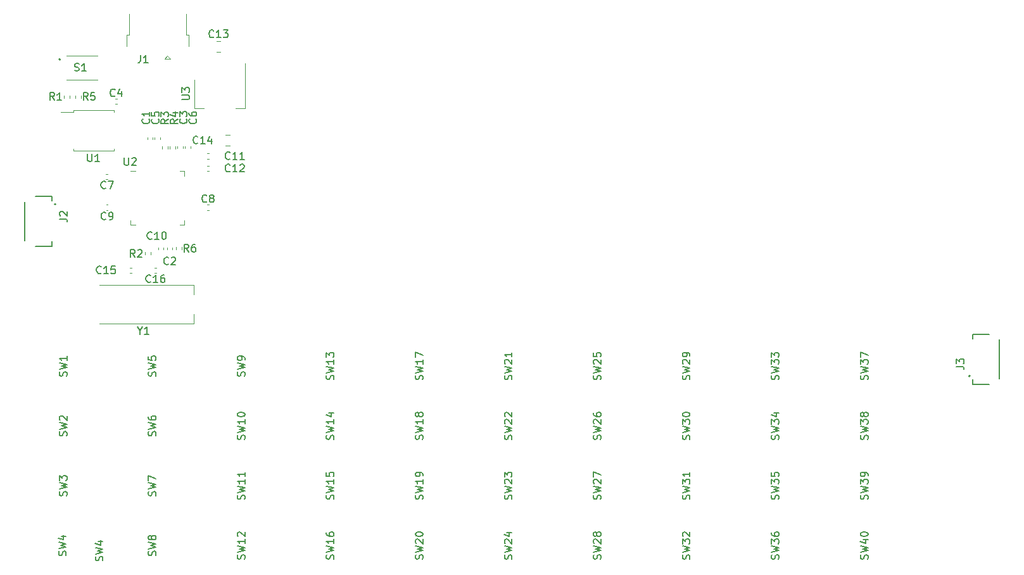
<source format=gbr>
%TF.GenerationSoftware,KiCad,Pcbnew,(6.0.4)*%
%TF.CreationDate,2022-09-18T16:29:30-05:00*%
%TF.ProjectId,Calculator_PCB,43616c63-756c-4617-946f-725f5043422e,rev?*%
%TF.SameCoordinates,Original*%
%TF.FileFunction,Legend,Top*%
%TF.FilePolarity,Positive*%
%FSLAX46Y46*%
G04 Gerber Fmt 4.6, Leading zero omitted, Abs format (unit mm)*
G04 Created by KiCad (PCBNEW (6.0.4)) date 2022-09-18 16:29:30*
%MOMM*%
%LPD*%
G01*
G04 APERTURE LIST*
%ADD10C,0.150000*%
%ADD11C,0.120000*%
%ADD12C,0.127000*%
%ADD13C,0.200000*%
%ADD14C,0.100000*%
G04 APERTURE END LIST*
D10*
%TO.C,J1*%
X94461666Y-70457380D02*
X94461666Y-71171666D01*
X94414047Y-71314523D01*
X94318809Y-71409761D01*
X94175952Y-71457380D01*
X94080714Y-71457380D01*
X95461666Y-71457380D02*
X94890238Y-71457380D01*
X95175952Y-71457380D02*
X95175952Y-70457380D01*
X95080714Y-70600238D01*
X94985476Y-70695476D01*
X94890238Y-70743095D01*
%TO.C,SW12*%
X108354761Y-137809523D02*
X108402380Y-137666666D01*
X108402380Y-137428571D01*
X108354761Y-137333333D01*
X108307142Y-137285714D01*
X108211904Y-137238095D01*
X108116666Y-137238095D01*
X108021428Y-137285714D01*
X107973809Y-137333333D01*
X107926190Y-137428571D01*
X107878571Y-137619047D01*
X107830952Y-137714285D01*
X107783333Y-137761904D01*
X107688095Y-137809523D01*
X107592857Y-137809523D01*
X107497619Y-137761904D01*
X107450000Y-137714285D01*
X107402380Y-137619047D01*
X107402380Y-137380952D01*
X107450000Y-137238095D01*
X107402380Y-136904761D02*
X108402380Y-136666666D01*
X107688095Y-136476190D01*
X108402380Y-136285714D01*
X107402380Y-136047619D01*
X108402380Y-135142857D02*
X108402380Y-135714285D01*
X108402380Y-135428571D02*
X107402380Y-135428571D01*
X107545238Y-135523809D01*
X107640476Y-135619047D01*
X107688095Y-135714285D01*
X107497619Y-134761904D02*
X107450000Y-134714285D01*
X107402380Y-134619047D01*
X107402380Y-134380952D01*
X107450000Y-134285714D01*
X107497619Y-134238095D01*
X107592857Y-134190476D01*
X107688095Y-134190476D01*
X107830952Y-134238095D01*
X108402380Y-134809523D01*
X108402380Y-134190476D01*
%TO.C,SW39*%
X191654761Y-129809523D02*
X191702380Y-129666666D01*
X191702380Y-129428571D01*
X191654761Y-129333333D01*
X191607142Y-129285714D01*
X191511904Y-129238095D01*
X191416666Y-129238095D01*
X191321428Y-129285714D01*
X191273809Y-129333333D01*
X191226190Y-129428571D01*
X191178571Y-129619047D01*
X191130952Y-129714285D01*
X191083333Y-129761904D01*
X190988095Y-129809523D01*
X190892857Y-129809523D01*
X190797619Y-129761904D01*
X190750000Y-129714285D01*
X190702380Y-129619047D01*
X190702380Y-129380952D01*
X190750000Y-129238095D01*
X190702380Y-128904761D02*
X191702380Y-128666666D01*
X190988095Y-128476190D01*
X191702380Y-128285714D01*
X190702380Y-128047619D01*
X190702380Y-127761904D02*
X190702380Y-127142857D01*
X191083333Y-127476190D01*
X191083333Y-127333333D01*
X191130952Y-127238095D01*
X191178571Y-127190476D01*
X191273809Y-127142857D01*
X191511904Y-127142857D01*
X191607142Y-127190476D01*
X191654761Y-127238095D01*
X191702380Y-127333333D01*
X191702380Y-127619047D01*
X191654761Y-127714285D01*
X191607142Y-127761904D01*
X191702380Y-126666666D02*
X191702380Y-126476190D01*
X191654761Y-126380952D01*
X191607142Y-126333333D01*
X191464285Y-126238095D01*
X191273809Y-126190476D01*
X190892857Y-126190476D01*
X190797619Y-126238095D01*
X190750000Y-126285714D01*
X190702380Y-126380952D01*
X190702380Y-126571428D01*
X190750000Y-126666666D01*
X190797619Y-126714285D01*
X190892857Y-126761904D01*
X191130952Y-126761904D01*
X191226190Y-126714285D01*
X191273809Y-126666666D01*
X191321428Y-126571428D01*
X191321428Y-126380952D01*
X191273809Y-126285714D01*
X191226190Y-126238095D01*
X191130952Y-126190476D01*
%TO.C,C10*%
X95967142Y-94977142D02*
X95919523Y-95024761D01*
X95776666Y-95072380D01*
X95681428Y-95072380D01*
X95538571Y-95024761D01*
X95443333Y-94929523D01*
X95395714Y-94834285D01*
X95348095Y-94643809D01*
X95348095Y-94500952D01*
X95395714Y-94310476D01*
X95443333Y-94215238D01*
X95538571Y-94120000D01*
X95681428Y-94072380D01*
X95776666Y-94072380D01*
X95919523Y-94120000D01*
X95967142Y-94167619D01*
X96919523Y-95072380D02*
X96348095Y-95072380D01*
X96633809Y-95072380D02*
X96633809Y-94072380D01*
X96538571Y-94215238D01*
X96443333Y-94310476D01*
X96348095Y-94358095D01*
X97538571Y-94072380D02*
X97633809Y-94072380D01*
X97729047Y-94120000D01*
X97776666Y-94167619D01*
X97824285Y-94262857D01*
X97871904Y-94453333D01*
X97871904Y-94691428D01*
X97824285Y-94881904D01*
X97776666Y-94977142D01*
X97729047Y-95024761D01*
X97633809Y-95072380D01*
X97538571Y-95072380D01*
X97443333Y-95024761D01*
X97395714Y-94977142D01*
X97348095Y-94881904D01*
X97300476Y-94691428D01*
X97300476Y-94453333D01*
X97348095Y-94262857D01*
X97395714Y-94167619D01*
X97443333Y-94120000D01*
X97538571Y-94072380D01*
%TO.C,C5*%
X96827142Y-78966666D02*
X96874761Y-79014285D01*
X96922380Y-79157142D01*
X96922380Y-79252380D01*
X96874761Y-79395238D01*
X96779523Y-79490476D01*
X96684285Y-79538095D01*
X96493809Y-79585714D01*
X96350952Y-79585714D01*
X96160476Y-79538095D01*
X96065238Y-79490476D01*
X95970000Y-79395238D01*
X95922380Y-79252380D01*
X95922380Y-79157142D01*
X95970000Y-79014285D01*
X96017619Y-78966666D01*
X95922380Y-78061904D02*
X95922380Y-78538095D01*
X96398571Y-78585714D01*
X96350952Y-78538095D01*
X96303333Y-78442857D01*
X96303333Y-78204761D01*
X96350952Y-78109523D01*
X96398571Y-78061904D01*
X96493809Y-78014285D01*
X96731904Y-78014285D01*
X96827142Y-78061904D01*
X96874761Y-78109523D01*
X96922380Y-78204761D01*
X96922380Y-78442857D01*
X96874761Y-78538095D01*
X96827142Y-78585714D01*
%TO.C,SW2*%
X84554761Y-121333333D02*
X84602380Y-121190476D01*
X84602380Y-120952380D01*
X84554761Y-120857142D01*
X84507142Y-120809523D01*
X84411904Y-120761904D01*
X84316666Y-120761904D01*
X84221428Y-120809523D01*
X84173809Y-120857142D01*
X84126190Y-120952380D01*
X84078571Y-121142857D01*
X84030952Y-121238095D01*
X83983333Y-121285714D01*
X83888095Y-121333333D01*
X83792857Y-121333333D01*
X83697619Y-121285714D01*
X83650000Y-121238095D01*
X83602380Y-121142857D01*
X83602380Y-120904761D01*
X83650000Y-120761904D01*
X83602380Y-120428571D02*
X84602380Y-120190476D01*
X83888095Y-120000000D01*
X84602380Y-119809523D01*
X83602380Y-119571428D01*
X83697619Y-119238095D02*
X83650000Y-119190476D01*
X83602380Y-119095238D01*
X83602380Y-118857142D01*
X83650000Y-118761904D01*
X83697619Y-118714285D01*
X83792857Y-118666666D01*
X83888095Y-118666666D01*
X84030952Y-118714285D01*
X84602380Y-119285714D01*
X84602380Y-118666666D01*
%TO.C,C4*%
X91033333Y-75867142D02*
X90985714Y-75914761D01*
X90842857Y-75962380D01*
X90747619Y-75962380D01*
X90604761Y-75914761D01*
X90509523Y-75819523D01*
X90461904Y-75724285D01*
X90414285Y-75533809D01*
X90414285Y-75390952D01*
X90461904Y-75200476D01*
X90509523Y-75105238D01*
X90604761Y-75010000D01*
X90747619Y-74962380D01*
X90842857Y-74962380D01*
X90985714Y-75010000D01*
X91033333Y-75057619D01*
X91890476Y-75295714D02*
X91890476Y-75962380D01*
X91652380Y-74914761D02*
X91414285Y-75629047D01*
X92033333Y-75629047D01*
%TO.C,SW30*%
X167854761Y-121809523D02*
X167902380Y-121666666D01*
X167902380Y-121428571D01*
X167854761Y-121333333D01*
X167807142Y-121285714D01*
X167711904Y-121238095D01*
X167616666Y-121238095D01*
X167521428Y-121285714D01*
X167473809Y-121333333D01*
X167426190Y-121428571D01*
X167378571Y-121619047D01*
X167330952Y-121714285D01*
X167283333Y-121761904D01*
X167188095Y-121809523D01*
X167092857Y-121809523D01*
X166997619Y-121761904D01*
X166950000Y-121714285D01*
X166902380Y-121619047D01*
X166902380Y-121380952D01*
X166950000Y-121238095D01*
X166902380Y-120904761D02*
X167902380Y-120666666D01*
X167188095Y-120476190D01*
X167902380Y-120285714D01*
X166902380Y-120047619D01*
X166902380Y-119761904D02*
X166902380Y-119142857D01*
X167283333Y-119476190D01*
X167283333Y-119333333D01*
X167330952Y-119238095D01*
X167378571Y-119190476D01*
X167473809Y-119142857D01*
X167711904Y-119142857D01*
X167807142Y-119190476D01*
X167854761Y-119238095D01*
X167902380Y-119333333D01*
X167902380Y-119619047D01*
X167854761Y-119714285D01*
X167807142Y-119761904D01*
X166902380Y-118523809D02*
X166902380Y-118428571D01*
X166950000Y-118333333D01*
X166997619Y-118285714D01*
X167092857Y-118238095D01*
X167283333Y-118190476D01*
X167521428Y-118190476D01*
X167711904Y-118238095D01*
X167807142Y-118285714D01*
X167854761Y-118333333D01*
X167902380Y-118428571D01*
X167902380Y-118523809D01*
X167854761Y-118619047D01*
X167807142Y-118666666D01*
X167711904Y-118714285D01*
X167521428Y-118761904D01*
X167283333Y-118761904D01*
X167092857Y-118714285D01*
X166997619Y-118666666D01*
X166950000Y-118619047D01*
X166902380Y-118523809D01*
%TO.C,SW1*%
X84554761Y-113333333D02*
X84602380Y-113190476D01*
X84602380Y-112952380D01*
X84554761Y-112857142D01*
X84507142Y-112809523D01*
X84411904Y-112761904D01*
X84316666Y-112761904D01*
X84221428Y-112809523D01*
X84173809Y-112857142D01*
X84126190Y-112952380D01*
X84078571Y-113142857D01*
X84030952Y-113238095D01*
X83983333Y-113285714D01*
X83888095Y-113333333D01*
X83792857Y-113333333D01*
X83697619Y-113285714D01*
X83650000Y-113238095D01*
X83602380Y-113142857D01*
X83602380Y-112904761D01*
X83650000Y-112761904D01*
X83602380Y-112428571D02*
X84602380Y-112190476D01*
X83888095Y-112000000D01*
X84602380Y-111809523D01*
X83602380Y-111571428D01*
X84602380Y-110666666D02*
X84602380Y-111238095D01*
X84602380Y-110952380D02*
X83602380Y-110952380D01*
X83745238Y-111047619D01*
X83840476Y-111142857D01*
X83888095Y-111238095D01*
%TO.C,C8*%
X103300833Y-90007142D02*
X103253214Y-90054761D01*
X103110357Y-90102380D01*
X103015119Y-90102380D01*
X102872261Y-90054761D01*
X102777023Y-89959523D01*
X102729404Y-89864285D01*
X102681785Y-89673809D01*
X102681785Y-89530952D01*
X102729404Y-89340476D01*
X102777023Y-89245238D01*
X102872261Y-89150000D01*
X103015119Y-89102380D01*
X103110357Y-89102380D01*
X103253214Y-89150000D01*
X103300833Y-89197619D01*
X103872261Y-89530952D02*
X103777023Y-89483333D01*
X103729404Y-89435714D01*
X103681785Y-89340476D01*
X103681785Y-89292857D01*
X103729404Y-89197619D01*
X103777023Y-89150000D01*
X103872261Y-89102380D01*
X104062738Y-89102380D01*
X104157976Y-89150000D01*
X104205595Y-89197619D01*
X104253214Y-89292857D01*
X104253214Y-89340476D01*
X104205595Y-89435714D01*
X104157976Y-89483333D01*
X104062738Y-89530952D01*
X103872261Y-89530952D01*
X103777023Y-89578571D01*
X103729404Y-89626190D01*
X103681785Y-89721428D01*
X103681785Y-89911904D01*
X103729404Y-90007142D01*
X103777023Y-90054761D01*
X103872261Y-90102380D01*
X104062738Y-90102380D01*
X104157976Y-90054761D01*
X104205595Y-90007142D01*
X104253214Y-89911904D01*
X104253214Y-89721428D01*
X104205595Y-89626190D01*
X104157976Y-89578571D01*
X104062738Y-89530952D01*
%TO.C,C16*%
X95797142Y-100727142D02*
X95749523Y-100774761D01*
X95606666Y-100822380D01*
X95511428Y-100822380D01*
X95368571Y-100774761D01*
X95273333Y-100679523D01*
X95225714Y-100584285D01*
X95178095Y-100393809D01*
X95178095Y-100250952D01*
X95225714Y-100060476D01*
X95273333Y-99965238D01*
X95368571Y-99870000D01*
X95511428Y-99822380D01*
X95606666Y-99822380D01*
X95749523Y-99870000D01*
X95797142Y-99917619D01*
X96749523Y-100822380D02*
X96178095Y-100822380D01*
X96463809Y-100822380D02*
X96463809Y-99822380D01*
X96368571Y-99965238D01*
X96273333Y-100060476D01*
X96178095Y-100108095D01*
X97606666Y-99822380D02*
X97416190Y-99822380D01*
X97320952Y-99870000D01*
X97273333Y-99917619D01*
X97178095Y-100060476D01*
X97130476Y-100250952D01*
X97130476Y-100631904D01*
X97178095Y-100727142D01*
X97225714Y-100774761D01*
X97320952Y-100822380D01*
X97511428Y-100822380D01*
X97606666Y-100774761D01*
X97654285Y-100727142D01*
X97701904Y-100631904D01*
X97701904Y-100393809D01*
X97654285Y-100298571D01*
X97606666Y-100250952D01*
X97511428Y-100203333D01*
X97320952Y-100203333D01*
X97225714Y-100250952D01*
X97178095Y-100298571D01*
X97130476Y-100393809D01*
%TO.C,C13*%
X104227142Y-67987142D02*
X104179523Y-68034761D01*
X104036666Y-68082380D01*
X103941428Y-68082380D01*
X103798571Y-68034761D01*
X103703333Y-67939523D01*
X103655714Y-67844285D01*
X103608095Y-67653809D01*
X103608095Y-67510952D01*
X103655714Y-67320476D01*
X103703333Y-67225238D01*
X103798571Y-67130000D01*
X103941428Y-67082380D01*
X104036666Y-67082380D01*
X104179523Y-67130000D01*
X104227142Y-67177619D01*
X105179523Y-68082380D02*
X104608095Y-68082380D01*
X104893809Y-68082380D02*
X104893809Y-67082380D01*
X104798571Y-67225238D01*
X104703333Y-67320476D01*
X104608095Y-67368095D01*
X105512857Y-67082380D02*
X106131904Y-67082380D01*
X105798571Y-67463333D01*
X105941428Y-67463333D01*
X106036666Y-67510952D01*
X106084285Y-67558571D01*
X106131904Y-67653809D01*
X106131904Y-67891904D01*
X106084285Y-67987142D01*
X106036666Y-68034761D01*
X105941428Y-68082380D01*
X105655714Y-68082380D01*
X105560476Y-68034761D01*
X105512857Y-67987142D01*
%TO.C,SW4*%
X89374694Y-138033333D02*
X89422313Y-137890476D01*
X89422313Y-137652380D01*
X89374694Y-137557142D01*
X89327075Y-137509523D01*
X89231837Y-137461904D01*
X89136599Y-137461904D01*
X89041361Y-137509523D01*
X88993742Y-137557142D01*
X88946123Y-137652380D01*
X88898504Y-137842857D01*
X88850885Y-137938095D01*
X88803266Y-137985714D01*
X88708028Y-138033333D01*
X88612790Y-138033333D01*
X88517552Y-137985714D01*
X88469933Y-137938095D01*
X88422313Y-137842857D01*
X88422313Y-137604761D01*
X88469933Y-137461904D01*
X88422313Y-137128571D02*
X89422313Y-136890476D01*
X88708028Y-136700000D01*
X89422313Y-136509523D01*
X88422313Y-136271428D01*
X88755647Y-135461904D02*
X89422313Y-135461904D01*
X88374694Y-135700000D02*
X89088980Y-135938095D01*
X89088980Y-135319047D01*
X84454761Y-137323333D02*
X84502380Y-137180476D01*
X84502380Y-136942380D01*
X84454761Y-136847142D01*
X84407142Y-136799523D01*
X84311904Y-136751904D01*
X84216666Y-136751904D01*
X84121428Y-136799523D01*
X84073809Y-136847142D01*
X84026190Y-136942380D01*
X83978571Y-137132857D01*
X83930952Y-137228095D01*
X83883333Y-137275714D01*
X83788095Y-137323333D01*
X83692857Y-137323333D01*
X83597619Y-137275714D01*
X83550000Y-137228095D01*
X83502380Y-137132857D01*
X83502380Y-136894761D01*
X83550000Y-136751904D01*
X83502380Y-136418571D02*
X84502380Y-136180476D01*
X83788095Y-135990000D01*
X84502380Y-135799523D01*
X83502380Y-135561428D01*
X83835714Y-134751904D02*
X84502380Y-134751904D01*
X83454761Y-134990000D02*
X84169047Y-135228095D01*
X84169047Y-134609047D01*
%TO.C,SW8*%
X96454761Y-137333333D02*
X96502380Y-137190476D01*
X96502380Y-136952380D01*
X96454761Y-136857142D01*
X96407142Y-136809523D01*
X96311904Y-136761904D01*
X96216666Y-136761904D01*
X96121428Y-136809523D01*
X96073809Y-136857142D01*
X96026190Y-136952380D01*
X95978571Y-137142857D01*
X95930952Y-137238095D01*
X95883333Y-137285714D01*
X95788095Y-137333333D01*
X95692857Y-137333333D01*
X95597619Y-137285714D01*
X95550000Y-137238095D01*
X95502380Y-137142857D01*
X95502380Y-136904761D01*
X95550000Y-136761904D01*
X95502380Y-136428571D02*
X96502380Y-136190476D01*
X95788095Y-136000000D01*
X96502380Y-135809523D01*
X95502380Y-135571428D01*
X95930952Y-135047619D02*
X95883333Y-135142857D01*
X95835714Y-135190476D01*
X95740476Y-135238095D01*
X95692857Y-135238095D01*
X95597619Y-135190476D01*
X95550000Y-135142857D01*
X95502380Y-135047619D01*
X95502380Y-134857142D01*
X95550000Y-134761904D01*
X95597619Y-134714285D01*
X95692857Y-134666666D01*
X95740476Y-134666666D01*
X95835714Y-134714285D01*
X95883333Y-134761904D01*
X95930952Y-134857142D01*
X95930952Y-135047619D01*
X95978571Y-135142857D01*
X96026190Y-135190476D01*
X96121428Y-135238095D01*
X96311904Y-135238095D01*
X96407142Y-135190476D01*
X96454761Y-135142857D01*
X96502380Y-135047619D01*
X96502380Y-134857142D01*
X96454761Y-134761904D01*
X96407142Y-134714285D01*
X96311904Y-134666666D01*
X96121428Y-134666666D01*
X96026190Y-134714285D01*
X95978571Y-134761904D01*
X95930952Y-134857142D01*
%TO.C,U1*%
X87388095Y-83652380D02*
X87388095Y-84461904D01*
X87435714Y-84557142D01*
X87483333Y-84604761D01*
X87578571Y-84652380D01*
X87769047Y-84652380D01*
X87864285Y-84604761D01*
X87911904Y-84557142D01*
X87959523Y-84461904D01*
X87959523Y-83652380D01*
X88959523Y-84652380D02*
X88388095Y-84652380D01*
X88673809Y-84652380D02*
X88673809Y-83652380D01*
X88578571Y-83795238D01*
X88483333Y-83890476D01*
X88388095Y-83938095D01*
%TO.C,SW33*%
X179754761Y-113809523D02*
X179802380Y-113666666D01*
X179802380Y-113428571D01*
X179754761Y-113333333D01*
X179707142Y-113285714D01*
X179611904Y-113238095D01*
X179516666Y-113238095D01*
X179421428Y-113285714D01*
X179373809Y-113333333D01*
X179326190Y-113428571D01*
X179278571Y-113619047D01*
X179230952Y-113714285D01*
X179183333Y-113761904D01*
X179088095Y-113809523D01*
X178992857Y-113809523D01*
X178897619Y-113761904D01*
X178850000Y-113714285D01*
X178802380Y-113619047D01*
X178802380Y-113380952D01*
X178850000Y-113238095D01*
X178802380Y-112904761D02*
X179802380Y-112666666D01*
X179088095Y-112476190D01*
X179802380Y-112285714D01*
X178802380Y-112047619D01*
X178802380Y-111761904D02*
X178802380Y-111142857D01*
X179183333Y-111476190D01*
X179183333Y-111333333D01*
X179230952Y-111238095D01*
X179278571Y-111190476D01*
X179373809Y-111142857D01*
X179611904Y-111142857D01*
X179707142Y-111190476D01*
X179754761Y-111238095D01*
X179802380Y-111333333D01*
X179802380Y-111619047D01*
X179754761Y-111714285D01*
X179707142Y-111761904D01*
X178802380Y-110809523D02*
X178802380Y-110190476D01*
X179183333Y-110523809D01*
X179183333Y-110380952D01*
X179230952Y-110285714D01*
X179278571Y-110238095D01*
X179373809Y-110190476D01*
X179611904Y-110190476D01*
X179707142Y-110238095D01*
X179754761Y-110285714D01*
X179802380Y-110380952D01*
X179802380Y-110666666D01*
X179754761Y-110761904D01*
X179707142Y-110809523D01*
%TO.C,SW26*%
X155954761Y-121809523D02*
X156002380Y-121666666D01*
X156002380Y-121428571D01*
X155954761Y-121333333D01*
X155907142Y-121285714D01*
X155811904Y-121238095D01*
X155716666Y-121238095D01*
X155621428Y-121285714D01*
X155573809Y-121333333D01*
X155526190Y-121428571D01*
X155478571Y-121619047D01*
X155430952Y-121714285D01*
X155383333Y-121761904D01*
X155288095Y-121809523D01*
X155192857Y-121809523D01*
X155097619Y-121761904D01*
X155050000Y-121714285D01*
X155002380Y-121619047D01*
X155002380Y-121380952D01*
X155050000Y-121238095D01*
X155002380Y-120904761D02*
X156002380Y-120666666D01*
X155288095Y-120476190D01*
X156002380Y-120285714D01*
X155002380Y-120047619D01*
X155097619Y-119714285D02*
X155050000Y-119666666D01*
X155002380Y-119571428D01*
X155002380Y-119333333D01*
X155050000Y-119238095D01*
X155097619Y-119190476D01*
X155192857Y-119142857D01*
X155288095Y-119142857D01*
X155430952Y-119190476D01*
X156002380Y-119761904D01*
X156002380Y-119142857D01*
X155002380Y-118285714D02*
X155002380Y-118476190D01*
X155050000Y-118571428D01*
X155097619Y-118619047D01*
X155240476Y-118714285D01*
X155430952Y-118761904D01*
X155811904Y-118761904D01*
X155907142Y-118714285D01*
X155954761Y-118666666D01*
X156002380Y-118571428D01*
X156002380Y-118380952D01*
X155954761Y-118285714D01*
X155907142Y-118238095D01*
X155811904Y-118190476D01*
X155573809Y-118190476D01*
X155478571Y-118238095D01*
X155430952Y-118285714D01*
X155383333Y-118380952D01*
X155383333Y-118571428D01*
X155430952Y-118666666D01*
X155478571Y-118714285D01*
X155573809Y-118761904D01*
%TO.C,SW6*%
X96454761Y-121333333D02*
X96502380Y-121190476D01*
X96502380Y-120952380D01*
X96454761Y-120857142D01*
X96407142Y-120809523D01*
X96311904Y-120761904D01*
X96216666Y-120761904D01*
X96121428Y-120809523D01*
X96073809Y-120857142D01*
X96026190Y-120952380D01*
X95978571Y-121142857D01*
X95930952Y-121238095D01*
X95883333Y-121285714D01*
X95788095Y-121333333D01*
X95692857Y-121333333D01*
X95597619Y-121285714D01*
X95550000Y-121238095D01*
X95502380Y-121142857D01*
X95502380Y-120904761D01*
X95550000Y-120761904D01*
X95502380Y-120428571D02*
X96502380Y-120190476D01*
X95788095Y-120000000D01*
X96502380Y-119809523D01*
X95502380Y-119571428D01*
X95502380Y-118761904D02*
X95502380Y-118952380D01*
X95550000Y-119047619D01*
X95597619Y-119095238D01*
X95740476Y-119190476D01*
X95930952Y-119238095D01*
X96311904Y-119238095D01*
X96407142Y-119190476D01*
X96454761Y-119142857D01*
X96502380Y-119047619D01*
X96502380Y-118857142D01*
X96454761Y-118761904D01*
X96407142Y-118714285D01*
X96311904Y-118666666D01*
X96073809Y-118666666D01*
X95978571Y-118714285D01*
X95930952Y-118761904D01*
X95883333Y-118857142D01*
X95883333Y-119047619D01*
X95930952Y-119142857D01*
X95978571Y-119190476D01*
X96073809Y-119238095D01*
%TO.C,C12*%
X106417142Y-85937142D02*
X106369523Y-85984761D01*
X106226666Y-86032380D01*
X106131428Y-86032380D01*
X105988571Y-85984761D01*
X105893333Y-85889523D01*
X105845714Y-85794285D01*
X105798095Y-85603809D01*
X105798095Y-85460952D01*
X105845714Y-85270476D01*
X105893333Y-85175238D01*
X105988571Y-85080000D01*
X106131428Y-85032380D01*
X106226666Y-85032380D01*
X106369523Y-85080000D01*
X106417142Y-85127619D01*
X107369523Y-86032380D02*
X106798095Y-86032380D01*
X107083809Y-86032380D02*
X107083809Y-85032380D01*
X106988571Y-85175238D01*
X106893333Y-85270476D01*
X106798095Y-85318095D01*
X107750476Y-85127619D02*
X107798095Y-85080000D01*
X107893333Y-85032380D01*
X108131428Y-85032380D01*
X108226666Y-85080000D01*
X108274285Y-85127619D01*
X108321904Y-85222857D01*
X108321904Y-85318095D01*
X108274285Y-85460952D01*
X107702857Y-86032380D01*
X108321904Y-86032380D01*
%TO.C,SW17*%
X132154761Y-113809523D02*
X132202380Y-113666666D01*
X132202380Y-113428571D01*
X132154761Y-113333333D01*
X132107142Y-113285714D01*
X132011904Y-113238095D01*
X131916666Y-113238095D01*
X131821428Y-113285714D01*
X131773809Y-113333333D01*
X131726190Y-113428571D01*
X131678571Y-113619047D01*
X131630952Y-113714285D01*
X131583333Y-113761904D01*
X131488095Y-113809523D01*
X131392857Y-113809523D01*
X131297619Y-113761904D01*
X131250000Y-113714285D01*
X131202380Y-113619047D01*
X131202380Y-113380952D01*
X131250000Y-113238095D01*
X131202380Y-112904761D02*
X132202380Y-112666666D01*
X131488095Y-112476190D01*
X132202380Y-112285714D01*
X131202380Y-112047619D01*
X132202380Y-111142857D02*
X132202380Y-111714285D01*
X132202380Y-111428571D02*
X131202380Y-111428571D01*
X131345238Y-111523809D01*
X131440476Y-111619047D01*
X131488095Y-111714285D01*
X131202380Y-110809523D02*
X131202380Y-110142857D01*
X132202380Y-110571428D01*
%TO.C,R1*%
X82933333Y-76442380D02*
X82600000Y-75966190D01*
X82361904Y-76442380D02*
X82361904Y-75442380D01*
X82742857Y-75442380D01*
X82838095Y-75490000D01*
X82885714Y-75537619D01*
X82933333Y-75632857D01*
X82933333Y-75775714D01*
X82885714Y-75870952D01*
X82838095Y-75918571D01*
X82742857Y-75966190D01*
X82361904Y-75966190D01*
X83885714Y-76442380D02*
X83314285Y-76442380D01*
X83600000Y-76442380D02*
X83600000Y-75442380D01*
X83504761Y-75585238D01*
X83409523Y-75680476D01*
X83314285Y-75728095D01*
%TO.C,SW11*%
X108354761Y-129809523D02*
X108402380Y-129666666D01*
X108402380Y-129428571D01*
X108354761Y-129333333D01*
X108307142Y-129285714D01*
X108211904Y-129238095D01*
X108116666Y-129238095D01*
X108021428Y-129285714D01*
X107973809Y-129333333D01*
X107926190Y-129428571D01*
X107878571Y-129619047D01*
X107830952Y-129714285D01*
X107783333Y-129761904D01*
X107688095Y-129809523D01*
X107592857Y-129809523D01*
X107497619Y-129761904D01*
X107450000Y-129714285D01*
X107402380Y-129619047D01*
X107402380Y-129380952D01*
X107450000Y-129238095D01*
X107402380Y-128904761D02*
X108402380Y-128666666D01*
X107688095Y-128476190D01*
X108402380Y-128285714D01*
X107402380Y-128047619D01*
X108402380Y-127142857D02*
X108402380Y-127714285D01*
X108402380Y-127428571D02*
X107402380Y-127428571D01*
X107545238Y-127523809D01*
X107640476Y-127619047D01*
X107688095Y-127714285D01*
X108402380Y-126190476D02*
X108402380Y-126761904D01*
X108402380Y-126476190D02*
X107402380Y-126476190D01*
X107545238Y-126571428D01*
X107640476Y-126666666D01*
X107688095Y-126761904D01*
%TO.C,SW20*%
X132154761Y-137809523D02*
X132202380Y-137666666D01*
X132202380Y-137428571D01*
X132154761Y-137333333D01*
X132107142Y-137285714D01*
X132011904Y-137238095D01*
X131916666Y-137238095D01*
X131821428Y-137285714D01*
X131773809Y-137333333D01*
X131726190Y-137428571D01*
X131678571Y-137619047D01*
X131630952Y-137714285D01*
X131583333Y-137761904D01*
X131488095Y-137809523D01*
X131392857Y-137809523D01*
X131297619Y-137761904D01*
X131250000Y-137714285D01*
X131202380Y-137619047D01*
X131202380Y-137380952D01*
X131250000Y-137238095D01*
X131202380Y-136904761D02*
X132202380Y-136666666D01*
X131488095Y-136476190D01*
X132202380Y-136285714D01*
X131202380Y-136047619D01*
X131297619Y-135714285D02*
X131250000Y-135666666D01*
X131202380Y-135571428D01*
X131202380Y-135333333D01*
X131250000Y-135238095D01*
X131297619Y-135190476D01*
X131392857Y-135142857D01*
X131488095Y-135142857D01*
X131630952Y-135190476D01*
X132202380Y-135761904D01*
X132202380Y-135142857D01*
X131202380Y-134523809D02*
X131202380Y-134428571D01*
X131250000Y-134333333D01*
X131297619Y-134285714D01*
X131392857Y-134238095D01*
X131583333Y-134190476D01*
X131821428Y-134190476D01*
X132011904Y-134238095D01*
X132107142Y-134285714D01*
X132154761Y-134333333D01*
X132202380Y-134428571D01*
X132202380Y-134523809D01*
X132154761Y-134619047D01*
X132107142Y-134666666D01*
X132011904Y-134714285D01*
X131821428Y-134761904D01*
X131583333Y-134761904D01*
X131392857Y-134714285D01*
X131297619Y-134666666D01*
X131250000Y-134619047D01*
X131202380Y-134523809D01*
%TO.C,R5*%
X87403333Y-76432380D02*
X87070000Y-75956190D01*
X86831904Y-76432380D02*
X86831904Y-75432380D01*
X87212857Y-75432380D01*
X87308095Y-75480000D01*
X87355714Y-75527619D01*
X87403333Y-75622857D01*
X87403333Y-75765714D01*
X87355714Y-75860952D01*
X87308095Y-75908571D01*
X87212857Y-75956190D01*
X86831904Y-75956190D01*
X88308095Y-75432380D02*
X87831904Y-75432380D01*
X87784285Y-75908571D01*
X87831904Y-75860952D01*
X87927142Y-75813333D01*
X88165238Y-75813333D01*
X88260476Y-75860952D01*
X88308095Y-75908571D01*
X88355714Y-76003809D01*
X88355714Y-76241904D01*
X88308095Y-76337142D01*
X88260476Y-76384761D01*
X88165238Y-76432380D01*
X87927142Y-76432380D01*
X87831904Y-76384761D01*
X87784285Y-76337142D01*
%TO.C,SW10*%
X108354761Y-121809523D02*
X108402380Y-121666666D01*
X108402380Y-121428571D01*
X108354761Y-121333333D01*
X108307142Y-121285714D01*
X108211904Y-121238095D01*
X108116666Y-121238095D01*
X108021428Y-121285714D01*
X107973809Y-121333333D01*
X107926190Y-121428571D01*
X107878571Y-121619047D01*
X107830952Y-121714285D01*
X107783333Y-121761904D01*
X107688095Y-121809523D01*
X107592857Y-121809523D01*
X107497619Y-121761904D01*
X107450000Y-121714285D01*
X107402380Y-121619047D01*
X107402380Y-121380952D01*
X107450000Y-121238095D01*
X107402380Y-120904761D02*
X108402380Y-120666666D01*
X107688095Y-120476190D01*
X108402380Y-120285714D01*
X107402380Y-120047619D01*
X108402380Y-119142857D02*
X108402380Y-119714285D01*
X108402380Y-119428571D02*
X107402380Y-119428571D01*
X107545238Y-119523809D01*
X107640476Y-119619047D01*
X107688095Y-119714285D01*
X107402380Y-118523809D02*
X107402380Y-118428571D01*
X107450000Y-118333333D01*
X107497619Y-118285714D01*
X107592857Y-118238095D01*
X107783333Y-118190476D01*
X108021428Y-118190476D01*
X108211904Y-118238095D01*
X108307142Y-118285714D01*
X108354761Y-118333333D01*
X108402380Y-118428571D01*
X108402380Y-118523809D01*
X108354761Y-118619047D01*
X108307142Y-118666666D01*
X108211904Y-118714285D01*
X108021428Y-118761904D01*
X107783333Y-118761904D01*
X107592857Y-118714285D01*
X107497619Y-118666666D01*
X107450000Y-118619047D01*
X107402380Y-118523809D01*
%TO.C,SW23*%
X144054761Y-129809523D02*
X144102380Y-129666666D01*
X144102380Y-129428571D01*
X144054761Y-129333333D01*
X144007142Y-129285714D01*
X143911904Y-129238095D01*
X143816666Y-129238095D01*
X143721428Y-129285714D01*
X143673809Y-129333333D01*
X143626190Y-129428571D01*
X143578571Y-129619047D01*
X143530952Y-129714285D01*
X143483333Y-129761904D01*
X143388095Y-129809523D01*
X143292857Y-129809523D01*
X143197619Y-129761904D01*
X143150000Y-129714285D01*
X143102380Y-129619047D01*
X143102380Y-129380952D01*
X143150000Y-129238095D01*
X143102380Y-128904761D02*
X144102380Y-128666666D01*
X143388095Y-128476190D01*
X144102380Y-128285714D01*
X143102380Y-128047619D01*
X143197619Y-127714285D02*
X143150000Y-127666666D01*
X143102380Y-127571428D01*
X143102380Y-127333333D01*
X143150000Y-127238095D01*
X143197619Y-127190476D01*
X143292857Y-127142857D01*
X143388095Y-127142857D01*
X143530952Y-127190476D01*
X144102380Y-127761904D01*
X144102380Y-127142857D01*
X143102380Y-126809523D02*
X143102380Y-126190476D01*
X143483333Y-126523809D01*
X143483333Y-126380952D01*
X143530952Y-126285714D01*
X143578571Y-126238095D01*
X143673809Y-126190476D01*
X143911904Y-126190476D01*
X144007142Y-126238095D01*
X144054761Y-126285714D01*
X144102380Y-126380952D01*
X144102380Y-126666666D01*
X144054761Y-126761904D01*
X144007142Y-126809523D01*
%TO.C,SW16*%
X120254761Y-137809523D02*
X120302380Y-137666666D01*
X120302380Y-137428571D01*
X120254761Y-137333333D01*
X120207142Y-137285714D01*
X120111904Y-137238095D01*
X120016666Y-137238095D01*
X119921428Y-137285714D01*
X119873809Y-137333333D01*
X119826190Y-137428571D01*
X119778571Y-137619047D01*
X119730952Y-137714285D01*
X119683333Y-137761904D01*
X119588095Y-137809523D01*
X119492857Y-137809523D01*
X119397619Y-137761904D01*
X119350000Y-137714285D01*
X119302380Y-137619047D01*
X119302380Y-137380952D01*
X119350000Y-137238095D01*
X119302380Y-136904761D02*
X120302380Y-136666666D01*
X119588095Y-136476190D01*
X120302380Y-136285714D01*
X119302380Y-136047619D01*
X120302380Y-135142857D02*
X120302380Y-135714285D01*
X120302380Y-135428571D02*
X119302380Y-135428571D01*
X119445238Y-135523809D01*
X119540476Y-135619047D01*
X119588095Y-135714285D01*
X119302380Y-134285714D02*
X119302380Y-134476190D01*
X119350000Y-134571428D01*
X119397619Y-134619047D01*
X119540476Y-134714285D01*
X119730952Y-134761904D01*
X120111904Y-134761904D01*
X120207142Y-134714285D01*
X120254761Y-134666666D01*
X120302380Y-134571428D01*
X120302380Y-134380952D01*
X120254761Y-134285714D01*
X120207142Y-134238095D01*
X120111904Y-134190476D01*
X119873809Y-134190476D01*
X119778571Y-134238095D01*
X119730952Y-134285714D01*
X119683333Y-134380952D01*
X119683333Y-134571428D01*
X119730952Y-134666666D01*
X119778571Y-134714285D01*
X119873809Y-134761904D01*
%TO.C,J3*%
X203537380Y-112048333D02*
X204251666Y-112048333D01*
X204394523Y-112095952D01*
X204489761Y-112191190D01*
X204537380Y-112334047D01*
X204537380Y-112429285D01*
X203537380Y-111667380D02*
X203537380Y-111048333D01*
X203918333Y-111381666D01*
X203918333Y-111238809D01*
X203965952Y-111143571D01*
X204013571Y-111095952D01*
X204108809Y-111048333D01*
X204346904Y-111048333D01*
X204442142Y-111095952D01*
X204489761Y-111143571D01*
X204537380Y-111238809D01*
X204537380Y-111524523D01*
X204489761Y-111619761D01*
X204442142Y-111667380D01*
%TO.C,J2*%
X83646948Y-92328333D02*
X84361234Y-92328333D01*
X84504091Y-92375952D01*
X84599329Y-92471190D01*
X84646948Y-92614047D01*
X84646948Y-92709285D01*
X83742187Y-91899761D02*
X83694568Y-91852142D01*
X83646948Y-91756904D01*
X83646948Y-91518809D01*
X83694568Y-91423571D01*
X83742187Y-91375952D01*
X83837425Y-91328333D01*
X83932663Y-91328333D01*
X84075520Y-91375952D01*
X84646948Y-91947380D01*
X84646948Y-91328333D01*
%TO.C,SW36*%
X179754761Y-137809523D02*
X179802380Y-137666666D01*
X179802380Y-137428571D01*
X179754761Y-137333333D01*
X179707142Y-137285714D01*
X179611904Y-137238095D01*
X179516666Y-137238095D01*
X179421428Y-137285714D01*
X179373809Y-137333333D01*
X179326190Y-137428571D01*
X179278571Y-137619047D01*
X179230952Y-137714285D01*
X179183333Y-137761904D01*
X179088095Y-137809523D01*
X178992857Y-137809523D01*
X178897619Y-137761904D01*
X178850000Y-137714285D01*
X178802380Y-137619047D01*
X178802380Y-137380952D01*
X178850000Y-137238095D01*
X178802380Y-136904761D02*
X179802380Y-136666666D01*
X179088095Y-136476190D01*
X179802380Y-136285714D01*
X178802380Y-136047619D01*
X178802380Y-135761904D02*
X178802380Y-135142857D01*
X179183333Y-135476190D01*
X179183333Y-135333333D01*
X179230952Y-135238095D01*
X179278571Y-135190476D01*
X179373809Y-135142857D01*
X179611904Y-135142857D01*
X179707142Y-135190476D01*
X179754761Y-135238095D01*
X179802380Y-135333333D01*
X179802380Y-135619047D01*
X179754761Y-135714285D01*
X179707142Y-135761904D01*
X178802380Y-134285714D02*
X178802380Y-134476190D01*
X178850000Y-134571428D01*
X178897619Y-134619047D01*
X179040476Y-134714285D01*
X179230952Y-134761904D01*
X179611904Y-134761904D01*
X179707142Y-134714285D01*
X179754761Y-134666666D01*
X179802380Y-134571428D01*
X179802380Y-134380952D01*
X179754761Y-134285714D01*
X179707142Y-134238095D01*
X179611904Y-134190476D01*
X179373809Y-134190476D01*
X179278571Y-134238095D01*
X179230952Y-134285714D01*
X179183333Y-134380952D01*
X179183333Y-134571428D01*
X179230952Y-134666666D01*
X179278571Y-134714285D01*
X179373809Y-134761904D01*
%TO.C,R4*%
X99422380Y-79006666D02*
X98946190Y-79340000D01*
X99422380Y-79578095D02*
X98422380Y-79578095D01*
X98422380Y-79197142D01*
X98470000Y-79101904D01*
X98517619Y-79054285D01*
X98612857Y-79006666D01*
X98755714Y-79006666D01*
X98850952Y-79054285D01*
X98898571Y-79101904D01*
X98946190Y-79197142D01*
X98946190Y-79578095D01*
X98755714Y-78149523D02*
X99422380Y-78149523D01*
X98374761Y-78387619D02*
X99089047Y-78625714D01*
X99089047Y-78006666D01*
%TO.C,C14*%
X102117142Y-82177142D02*
X102069523Y-82224761D01*
X101926666Y-82272380D01*
X101831428Y-82272380D01*
X101688571Y-82224761D01*
X101593333Y-82129523D01*
X101545714Y-82034285D01*
X101498095Y-81843809D01*
X101498095Y-81700952D01*
X101545714Y-81510476D01*
X101593333Y-81415238D01*
X101688571Y-81320000D01*
X101831428Y-81272380D01*
X101926666Y-81272380D01*
X102069523Y-81320000D01*
X102117142Y-81367619D01*
X103069523Y-82272380D02*
X102498095Y-82272380D01*
X102783809Y-82272380D02*
X102783809Y-81272380D01*
X102688571Y-81415238D01*
X102593333Y-81510476D01*
X102498095Y-81558095D01*
X103926666Y-81605714D02*
X103926666Y-82272380D01*
X103688571Y-81224761D02*
X103450476Y-81939047D01*
X104069523Y-81939047D01*
%TO.C,SW28*%
X155954761Y-137809523D02*
X156002380Y-137666666D01*
X156002380Y-137428571D01*
X155954761Y-137333333D01*
X155907142Y-137285714D01*
X155811904Y-137238095D01*
X155716666Y-137238095D01*
X155621428Y-137285714D01*
X155573809Y-137333333D01*
X155526190Y-137428571D01*
X155478571Y-137619047D01*
X155430952Y-137714285D01*
X155383333Y-137761904D01*
X155288095Y-137809523D01*
X155192857Y-137809523D01*
X155097619Y-137761904D01*
X155050000Y-137714285D01*
X155002380Y-137619047D01*
X155002380Y-137380952D01*
X155050000Y-137238095D01*
X155002380Y-136904761D02*
X156002380Y-136666666D01*
X155288095Y-136476190D01*
X156002380Y-136285714D01*
X155002380Y-136047619D01*
X155097619Y-135714285D02*
X155050000Y-135666666D01*
X155002380Y-135571428D01*
X155002380Y-135333333D01*
X155050000Y-135238095D01*
X155097619Y-135190476D01*
X155192857Y-135142857D01*
X155288095Y-135142857D01*
X155430952Y-135190476D01*
X156002380Y-135761904D01*
X156002380Y-135142857D01*
X155430952Y-134571428D02*
X155383333Y-134666666D01*
X155335714Y-134714285D01*
X155240476Y-134761904D01*
X155192857Y-134761904D01*
X155097619Y-134714285D01*
X155050000Y-134666666D01*
X155002380Y-134571428D01*
X155002380Y-134380952D01*
X155050000Y-134285714D01*
X155097619Y-134238095D01*
X155192857Y-134190476D01*
X155240476Y-134190476D01*
X155335714Y-134238095D01*
X155383333Y-134285714D01*
X155430952Y-134380952D01*
X155430952Y-134571428D01*
X155478571Y-134666666D01*
X155526190Y-134714285D01*
X155621428Y-134761904D01*
X155811904Y-134761904D01*
X155907142Y-134714285D01*
X155954761Y-134666666D01*
X156002380Y-134571428D01*
X156002380Y-134380952D01*
X155954761Y-134285714D01*
X155907142Y-134238095D01*
X155811904Y-134190476D01*
X155621428Y-134190476D01*
X155526190Y-134238095D01*
X155478571Y-134285714D01*
X155430952Y-134380952D01*
%TO.C,SW14*%
X120254761Y-121809523D02*
X120302380Y-121666666D01*
X120302380Y-121428571D01*
X120254761Y-121333333D01*
X120207142Y-121285714D01*
X120111904Y-121238095D01*
X120016666Y-121238095D01*
X119921428Y-121285714D01*
X119873809Y-121333333D01*
X119826190Y-121428571D01*
X119778571Y-121619047D01*
X119730952Y-121714285D01*
X119683333Y-121761904D01*
X119588095Y-121809523D01*
X119492857Y-121809523D01*
X119397619Y-121761904D01*
X119350000Y-121714285D01*
X119302380Y-121619047D01*
X119302380Y-121380952D01*
X119350000Y-121238095D01*
X119302380Y-120904761D02*
X120302380Y-120666666D01*
X119588095Y-120476190D01*
X120302380Y-120285714D01*
X119302380Y-120047619D01*
X120302380Y-119142857D02*
X120302380Y-119714285D01*
X120302380Y-119428571D02*
X119302380Y-119428571D01*
X119445238Y-119523809D01*
X119540476Y-119619047D01*
X119588095Y-119714285D01*
X119635714Y-118285714D02*
X120302380Y-118285714D01*
X119254761Y-118523809D02*
X119969047Y-118761904D01*
X119969047Y-118142857D01*
%TO.C,C1*%
X95577142Y-78966666D02*
X95624761Y-79014285D01*
X95672380Y-79157142D01*
X95672380Y-79252380D01*
X95624761Y-79395238D01*
X95529523Y-79490476D01*
X95434285Y-79538095D01*
X95243809Y-79585714D01*
X95100952Y-79585714D01*
X94910476Y-79538095D01*
X94815238Y-79490476D01*
X94720000Y-79395238D01*
X94672380Y-79252380D01*
X94672380Y-79157142D01*
X94720000Y-79014285D01*
X94767619Y-78966666D01*
X95672380Y-78014285D02*
X95672380Y-78585714D01*
X95672380Y-78300000D02*
X94672380Y-78300000D01*
X94815238Y-78395238D01*
X94910476Y-78490476D01*
X94958095Y-78585714D01*
%TO.C,SW25*%
X155954761Y-113809523D02*
X156002380Y-113666666D01*
X156002380Y-113428571D01*
X155954761Y-113333333D01*
X155907142Y-113285714D01*
X155811904Y-113238095D01*
X155716666Y-113238095D01*
X155621428Y-113285714D01*
X155573809Y-113333333D01*
X155526190Y-113428571D01*
X155478571Y-113619047D01*
X155430952Y-113714285D01*
X155383333Y-113761904D01*
X155288095Y-113809523D01*
X155192857Y-113809523D01*
X155097619Y-113761904D01*
X155050000Y-113714285D01*
X155002380Y-113619047D01*
X155002380Y-113380952D01*
X155050000Y-113238095D01*
X155002380Y-112904761D02*
X156002380Y-112666666D01*
X155288095Y-112476190D01*
X156002380Y-112285714D01*
X155002380Y-112047619D01*
X155097619Y-111714285D02*
X155050000Y-111666666D01*
X155002380Y-111571428D01*
X155002380Y-111333333D01*
X155050000Y-111238095D01*
X155097619Y-111190476D01*
X155192857Y-111142857D01*
X155288095Y-111142857D01*
X155430952Y-111190476D01*
X156002380Y-111761904D01*
X156002380Y-111142857D01*
X155002380Y-110238095D02*
X155002380Y-110714285D01*
X155478571Y-110761904D01*
X155430952Y-110714285D01*
X155383333Y-110619047D01*
X155383333Y-110380952D01*
X155430952Y-110285714D01*
X155478571Y-110238095D01*
X155573809Y-110190476D01*
X155811904Y-110190476D01*
X155907142Y-110238095D01*
X155954761Y-110285714D01*
X156002380Y-110380952D01*
X156002380Y-110619047D01*
X155954761Y-110714285D01*
X155907142Y-110761904D01*
%TO.C,SW3*%
X84554761Y-129333333D02*
X84602380Y-129190476D01*
X84602380Y-128952380D01*
X84554761Y-128857142D01*
X84507142Y-128809523D01*
X84411904Y-128761904D01*
X84316666Y-128761904D01*
X84221428Y-128809523D01*
X84173809Y-128857142D01*
X84126190Y-128952380D01*
X84078571Y-129142857D01*
X84030952Y-129238095D01*
X83983333Y-129285714D01*
X83888095Y-129333333D01*
X83792857Y-129333333D01*
X83697619Y-129285714D01*
X83650000Y-129238095D01*
X83602380Y-129142857D01*
X83602380Y-128904761D01*
X83650000Y-128761904D01*
X83602380Y-128428571D02*
X84602380Y-128190476D01*
X83888095Y-128000000D01*
X84602380Y-127809523D01*
X83602380Y-127571428D01*
X83602380Y-127285714D02*
X83602380Y-126666666D01*
X83983333Y-127000000D01*
X83983333Y-126857142D01*
X84030952Y-126761904D01*
X84078571Y-126714285D01*
X84173809Y-126666666D01*
X84411904Y-126666666D01*
X84507142Y-126714285D01*
X84554761Y-126761904D01*
X84602380Y-126857142D01*
X84602380Y-127142857D01*
X84554761Y-127238095D01*
X84507142Y-127285714D01*
%TO.C,SW37*%
X191654761Y-113809523D02*
X191702380Y-113666666D01*
X191702380Y-113428571D01*
X191654761Y-113333333D01*
X191607142Y-113285714D01*
X191511904Y-113238095D01*
X191416666Y-113238095D01*
X191321428Y-113285714D01*
X191273809Y-113333333D01*
X191226190Y-113428571D01*
X191178571Y-113619047D01*
X191130952Y-113714285D01*
X191083333Y-113761904D01*
X190988095Y-113809523D01*
X190892857Y-113809523D01*
X190797619Y-113761904D01*
X190750000Y-113714285D01*
X190702380Y-113619047D01*
X190702380Y-113380952D01*
X190750000Y-113238095D01*
X190702380Y-112904761D02*
X191702380Y-112666666D01*
X190988095Y-112476190D01*
X191702380Y-112285714D01*
X190702380Y-112047619D01*
X190702380Y-111761904D02*
X190702380Y-111142857D01*
X191083333Y-111476190D01*
X191083333Y-111333333D01*
X191130952Y-111238095D01*
X191178571Y-111190476D01*
X191273809Y-111142857D01*
X191511904Y-111142857D01*
X191607142Y-111190476D01*
X191654761Y-111238095D01*
X191702380Y-111333333D01*
X191702380Y-111619047D01*
X191654761Y-111714285D01*
X191607142Y-111761904D01*
X190702380Y-110809523D02*
X190702380Y-110142857D01*
X191702380Y-110571428D01*
%TO.C,R3*%
X98172380Y-79006666D02*
X97696190Y-79340000D01*
X98172380Y-79578095D02*
X97172380Y-79578095D01*
X97172380Y-79197142D01*
X97220000Y-79101904D01*
X97267619Y-79054285D01*
X97362857Y-79006666D01*
X97505714Y-79006666D01*
X97600952Y-79054285D01*
X97648571Y-79101904D01*
X97696190Y-79197142D01*
X97696190Y-79578095D01*
X97172380Y-78673333D02*
X97172380Y-78054285D01*
X97553333Y-78387619D01*
X97553333Y-78244761D01*
X97600952Y-78149523D01*
X97648571Y-78101904D01*
X97743809Y-78054285D01*
X97981904Y-78054285D01*
X98077142Y-78101904D01*
X98124761Y-78149523D01*
X98172380Y-78244761D01*
X98172380Y-78530476D01*
X98124761Y-78625714D01*
X98077142Y-78673333D01*
%TO.C,SW22*%
X144054761Y-121809523D02*
X144102380Y-121666666D01*
X144102380Y-121428571D01*
X144054761Y-121333333D01*
X144007142Y-121285714D01*
X143911904Y-121238095D01*
X143816666Y-121238095D01*
X143721428Y-121285714D01*
X143673809Y-121333333D01*
X143626190Y-121428571D01*
X143578571Y-121619047D01*
X143530952Y-121714285D01*
X143483333Y-121761904D01*
X143388095Y-121809523D01*
X143292857Y-121809523D01*
X143197619Y-121761904D01*
X143150000Y-121714285D01*
X143102380Y-121619047D01*
X143102380Y-121380952D01*
X143150000Y-121238095D01*
X143102380Y-120904761D02*
X144102380Y-120666666D01*
X143388095Y-120476190D01*
X144102380Y-120285714D01*
X143102380Y-120047619D01*
X143197619Y-119714285D02*
X143150000Y-119666666D01*
X143102380Y-119571428D01*
X143102380Y-119333333D01*
X143150000Y-119238095D01*
X143197619Y-119190476D01*
X143292857Y-119142857D01*
X143388095Y-119142857D01*
X143530952Y-119190476D01*
X144102380Y-119761904D01*
X144102380Y-119142857D01*
X143197619Y-118761904D02*
X143150000Y-118714285D01*
X143102380Y-118619047D01*
X143102380Y-118380952D01*
X143150000Y-118285714D01*
X143197619Y-118238095D01*
X143292857Y-118190476D01*
X143388095Y-118190476D01*
X143530952Y-118238095D01*
X144102380Y-118809523D01*
X144102380Y-118190476D01*
%TO.C,SW34*%
X179754761Y-121809523D02*
X179802380Y-121666666D01*
X179802380Y-121428571D01*
X179754761Y-121333333D01*
X179707142Y-121285714D01*
X179611904Y-121238095D01*
X179516666Y-121238095D01*
X179421428Y-121285714D01*
X179373809Y-121333333D01*
X179326190Y-121428571D01*
X179278571Y-121619047D01*
X179230952Y-121714285D01*
X179183333Y-121761904D01*
X179088095Y-121809523D01*
X178992857Y-121809523D01*
X178897619Y-121761904D01*
X178850000Y-121714285D01*
X178802380Y-121619047D01*
X178802380Y-121380952D01*
X178850000Y-121238095D01*
X178802380Y-120904761D02*
X179802380Y-120666666D01*
X179088095Y-120476190D01*
X179802380Y-120285714D01*
X178802380Y-120047619D01*
X178802380Y-119761904D02*
X178802380Y-119142857D01*
X179183333Y-119476190D01*
X179183333Y-119333333D01*
X179230952Y-119238095D01*
X179278571Y-119190476D01*
X179373809Y-119142857D01*
X179611904Y-119142857D01*
X179707142Y-119190476D01*
X179754761Y-119238095D01*
X179802380Y-119333333D01*
X179802380Y-119619047D01*
X179754761Y-119714285D01*
X179707142Y-119761904D01*
X179135714Y-118285714D02*
X179802380Y-118285714D01*
X178754761Y-118523809D02*
X179469047Y-118761904D01*
X179469047Y-118142857D01*
%TO.C,C9*%
X89805833Y-92327142D02*
X89758214Y-92374761D01*
X89615357Y-92422380D01*
X89520119Y-92422380D01*
X89377261Y-92374761D01*
X89282023Y-92279523D01*
X89234404Y-92184285D01*
X89186785Y-91993809D01*
X89186785Y-91850952D01*
X89234404Y-91660476D01*
X89282023Y-91565238D01*
X89377261Y-91470000D01*
X89520119Y-91422380D01*
X89615357Y-91422380D01*
X89758214Y-91470000D01*
X89805833Y-91517619D01*
X90282023Y-92422380D02*
X90472500Y-92422380D01*
X90567738Y-92374761D01*
X90615357Y-92327142D01*
X90710595Y-92184285D01*
X90758214Y-91993809D01*
X90758214Y-91612857D01*
X90710595Y-91517619D01*
X90662976Y-91470000D01*
X90567738Y-91422380D01*
X90377261Y-91422380D01*
X90282023Y-91470000D01*
X90234404Y-91517619D01*
X90186785Y-91612857D01*
X90186785Y-91850952D01*
X90234404Y-91946190D01*
X90282023Y-91993809D01*
X90377261Y-92041428D01*
X90567738Y-92041428D01*
X90662976Y-91993809D01*
X90710595Y-91946190D01*
X90758214Y-91850952D01*
%TO.C,C3*%
X100587142Y-78956666D02*
X100634761Y-79004285D01*
X100682380Y-79147142D01*
X100682380Y-79242380D01*
X100634761Y-79385238D01*
X100539523Y-79480476D01*
X100444285Y-79528095D01*
X100253809Y-79575714D01*
X100110952Y-79575714D01*
X99920476Y-79528095D01*
X99825238Y-79480476D01*
X99730000Y-79385238D01*
X99682380Y-79242380D01*
X99682380Y-79147142D01*
X99730000Y-79004285D01*
X99777619Y-78956666D01*
X99682380Y-78623333D02*
X99682380Y-78004285D01*
X100063333Y-78337619D01*
X100063333Y-78194761D01*
X100110952Y-78099523D01*
X100158571Y-78051904D01*
X100253809Y-78004285D01*
X100491904Y-78004285D01*
X100587142Y-78051904D01*
X100634761Y-78099523D01*
X100682380Y-78194761D01*
X100682380Y-78480476D01*
X100634761Y-78575714D01*
X100587142Y-78623333D01*
%TO.C,C11*%
X106417142Y-84277142D02*
X106369523Y-84324761D01*
X106226666Y-84372380D01*
X106131428Y-84372380D01*
X105988571Y-84324761D01*
X105893333Y-84229523D01*
X105845714Y-84134285D01*
X105798095Y-83943809D01*
X105798095Y-83800952D01*
X105845714Y-83610476D01*
X105893333Y-83515238D01*
X105988571Y-83420000D01*
X106131428Y-83372380D01*
X106226666Y-83372380D01*
X106369523Y-83420000D01*
X106417142Y-83467619D01*
X107369523Y-84372380D02*
X106798095Y-84372380D01*
X107083809Y-84372380D02*
X107083809Y-83372380D01*
X106988571Y-83515238D01*
X106893333Y-83610476D01*
X106798095Y-83658095D01*
X108321904Y-84372380D02*
X107750476Y-84372380D01*
X108036190Y-84372380D02*
X108036190Y-83372380D01*
X107940952Y-83515238D01*
X107845714Y-83610476D01*
X107750476Y-83658095D01*
%TO.C,C2*%
X98193333Y-98357142D02*
X98145714Y-98404761D01*
X98002857Y-98452380D01*
X97907619Y-98452380D01*
X97764761Y-98404761D01*
X97669523Y-98309523D01*
X97621904Y-98214285D01*
X97574285Y-98023809D01*
X97574285Y-97880952D01*
X97621904Y-97690476D01*
X97669523Y-97595238D01*
X97764761Y-97500000D01*
X97907619Y-97452380D01*
X98002857Y-97452380D01*
X98145714Y-97500000D01*
X98193333Y-97547619D01*
X98574285Y-97547619D02*
X98621904Y-97500000D01*
X98717142Y-97452380D01*
X98955238Y-97452380D01*
X99050476Y-97500000D01*
X99098095Y-97547619D01*
X99145714Y-97642857D01*
X99145714Y-97738095D01*
X99098095Y-97880952D01*
X98526666Y-98452380D01*
X99145714Y-98452380D01*
%TO.C,SW31*%
X167854761Y-129809523D02*
X167902380Y-129666666D01*
X167902380Y-129428571D01*
X167854761Y-129333333D01*
X167807142Y-129285714D01*
X167711904Y-129238095D01*
X167616666Y-129238095D01*
X167521428Y-129285714D01*
X167473809Y-129333333D01*
X167426190Y-129428571D01*
X167378571Y-129619047D01*
X167330952Y-129714285D01*
X167283333Y-129761904D01*
X167188095Y-129809523D01*
X167092857Y-129809523D01*
X166997619Y-129761904D01*
X166950000Y-129714285D01*
X166902380Y-129619047D01*
X166902380Y-129380952D01*
X166950000Y-129238095D01*
X166902380Y-128904761D02*
X167902380Y-128666666D01*
X167188095Y-128476190D01*
X167902380Y-128285714D01*
X166902380Y-128047619D01*
X166902380Y-127761904D02*
X166902380Y-127142857D01*
X167283333Y-127476190D01*
X167283333Y-127333333D01*
X167330952Y-127238095D01*
X167378571Y-127190476D01*
X167473809Y-127142857D01*
X167711904Y-127142857D01*
X167807142Y-127190476D01*
X167854761Y-127238095D01*
X167902380Y-127333333D01*
X167902380Y-127619047D01*
X167854761Y-127714285D01*
X167807142Y-127761904D01*
X167902380Y-126190476D02*
X167902380Y-126761904D01*
X167902380Y-126476190D02*
X166902380Y-126476190D01*
X167045238Y-126571428D01*
X167140476Y-126666666D01*
X167188095Y-126761904D01*
%TO.C,R6*%
X100893333Y-96732380D02*
X100560000Y-96256190D01*
X100321904Y-96732380D02*
X100321904Y-95732380D01*
X100702857Y-95732380D01*
X100798095Y-95780000D01*
X100845714Y-95827619D01*
X100893333Y-95922857D01*
X100893333Y-96065714D01*
X100845714Y-96160952D01*
X100798095Y-96208571D01*
X100702857Y-96256190D01*
X100321904Y-96256190D01*
X101750476Y-95732380D02*
X101560000Y-95732380D01*
X101464761Y-95780000D01*
X101417142Y-95827619D01*
X101321904Y-95970476D01*
X101274285Y-96160952D01*
X101274285Y-96541904D01*
X101321904Y-96637142D01*
X101369523Y-96684761D01*
X101464761Y-96732380D01*
X101655238Y-96732380D01*
X101750476Y-96684761D01*
X101798095Y-96637142D01*
X101845714Y-96541904D01*
X101845714Y-96303809D01*
X101798095Y-96208571D01*
X101750476Y-96160952D01*
X101655238Y-96113333D01*
X101464761Y-96113333D01*
X101369523Y-96160952D01*
X101321904Y-96208571D01*
X101274285Y-96303809D01*
%TO.C,C15*%
X89187142Y-99557142D02*
X89139523Y-99604761D01*
X88996666Y-99652380D01*
X88901428Y-99652380D01*
X88758571Y-99604761D01*
X88663333Y-99509523D01*
X88615714Y-99414285D01*
X88568095Y-99223809D01*
X88568095Y-99080952D01*
X88615714Y-98890476D01*
X88663333Y-98795238D01*
X88758571Y-98700000D01*
X88901428Y-98652380D01*
X88996666Y-98652380D01*
X89139523Y-98700000D01*
X89187142Y-98747619D01*
X90139523Y-99652380D02*
X89568095Y-99652380D01*
X89853809Y-99652380D02*
X89853809Y-98652380D01*
X89758571Y-98795238D01*
X89663333Y-98890476D01*
X89568095Y-98938095D01*
X91044285Y-98652380D02*
X90568095Y-98652380D01*
X90520476Y-99128571D01*
X90568095Y-99080952D01*
X90663333Y-99033333D01*
X90901428Y-99033333D01*
X90996666Y-99080952D01*
X91044285Y-99128571D01*
X91091904Y-99223809D01*
X91091904Y-99461904D01*
X91044285Y-99557142D01*
X90996666Y-99604761D01*
X90901428Y-99652380D01*
X90663333Y-99652380D01*
X90568095Y-99604761D01*
X90520476Y-99557142D01*
%TO.C,SW21*%
X144054761Y-113809523D02*
X144102380Y-113666666D01*
X144102380Y-113428571D01*
X144054761Y-113333333D01*
X144007142Y-113285714D01*
X143911904Y-113238095D01*
X143816666Y-113238095D01*
X143721428Y-113285714D01*
X143673809Y-113333333D01*
X143626190Y-113428571D01*
X143578571Y-113619047D01*
X143530952Y-113714285D01*
X143483333Y-113761904D01*
X143388095Y-113809523D01*
X143292857Y-113809523D01*
X143197619Y-113761904D01*
X143150000Y-113714285D01*
X143102380Y-113619047D01*
X143102380Y-113380952D01*
X143150000Y-113238095D01*
X143102380Y-112904761D02*
X144102380Y-112666666D01*
X143388095Y-112476190D01*
X144102380Y-112285714D01*
X143102380Y-112047619D01*
X143197619Y-111714285D02*
X143150000Y-111666666D01*
X143102380Y-111571428D01*
X143102380Y-111333333D01*
X143150000Y-111238095D01*
X143197619Y-111190476D01*
X143292857Y-111142857D01*
X143388095Y-111142857D01*
X143530952Y-111190476D01*
X144102380Y-111761904D01*
X144102380Y-111142857D01*
X144102380Y-110190476D02*
X144102380Y-110761904D01*
X144102380Y-110476190D02*
X143102380Y-110476190D01*
X143245238Y-110571428D01*
X143340476Y-110666666D01*
X143388095Y-110761904D01*
%TO.C,SW38*%
X191654761Y-121809523D02*
X191702380Y-121666666D01*
X191702380Y-121428571D01*
X191654761Y-121333333D01*
X191607142Y-121285714D01*
X191511904Y-121238095D01*
X191416666Y-121238095D01*
X191321428Y-121285714D01*
X191273809Y-121333333D01*
X191226190Y-121428571D01*
X191178571Y-121619047D01*
X191130952Y-121714285D01*
X191083333Y-121761904D01*
X190988095Y-121809523D01*
X190892857Y-121809523D01*
X190797619Y-121761904D01*
X190750000Y-121714285D01*
X190702380Y-121619047D01*
X190702380Y-121380952D01*
X190750000Y-121238095D01*
X190702380Y-120904761D02*
X191702380Y-120666666D01*
X190988095Y-120476190D01*
X191702380Y-120285714D01*
X190702380Y-120047619D01*
X190702380Y-119761904D02*
X190702380Y-119142857D01*
X191083333Y-119476190D01*
X191083333Y-119333333D01*
X191130952Y-119238095D01*
X191178571Y-119190476D01*
X191273809Y-119142857D01*
X191511904Y-119142857D01*
X191607142Y-119190476D01*
X191654761Y-119238095D01*
X191702380Y-119333333D01*
X191702380Y-119619047D01*
X191654761Y-119714285D01*
X191607142Y-119761904D01*
X191130952Y-118571428D02*
X191083333Y-118666666D01*
X191035714Y-118714285D01*
X190940476Y-118761904D01*
X190892857Y-118761904D01*
X190797619Y-118714285D01*
X190750000Y-118666666D01*
X190702380Y-118571428D01*
X190702380Y-118380952D01*
X190750000Y-118285714D01*
X190797619Y-118238095D01*
X190892857Y-118190476D01*
X190940476Y-118190476D01*
X191035714Y-118238095D01*
X191083333Y-118285714D01*
X191130952Y-118380952D01*
X191130952Y-118571428D01*
X191178571Y-118666666D01*
X191226190Y-118714285D01*
X191321428Y-118761904D01*
X191511904Y-118761904D01*
X191607142Y-118714285D01*
X191654761Y-118666666D01*
X191702380Y-118571428D01*
X191702380Y-118380952D01*
X191654761Y-118285714D01*
X191607142Y-118238095D01*
X191511904Y-118190476D01*
X191321428Y-118190476D01*
X191226190Y-118238095D01*
X191178571Y-118285714D01*
X191130952Y-118380952D01*
%TO.C,C6*%
X101837142Y-78966666D02*
X101884761Y-79014285D01*
X101932380Y-79157142D01*
X101932380Y-79252380D01*
X101884761Y-79395238D01*
X101789523Y-79490476D01*
X101694285Y-79538095D01*
X101503809Y-79585714D01*
X101360952Y-79585714D01*
X101170476Y-79538095D01*
X101075238Y-79490476D01*
X100980000Y-79395238D01*
X100932380Y-79252380D01*
X100932380Y-79157142D01*
X100980000Y-79014285D01*
X101027619Y-78966666D01*
X100932380Y-78109523D02*
X100932380Y-78300000D01*
X100980000Y-78395238D01*
X101027619Y-78442857D01*
X101170476Y-78538095D01*
X101360952Y-78585714D01*
X101741904Y-78585714D01*
X101837142Y-78538095D01*
X101884761Y-78490476D01*
X101932380Y-78395238D01*
X101932380Y-78204761D01*
X101884761Y-78109523D01*
X101837142Y-78061904D01*
X101741904Y-78014285D01*
X101503809Y-78014285D01*
X101408571Y-78061904D01*
X101360952Y-78109523D01*
X101313333Y-78204761D01*
X101313333Y-78395238D01*
X101360952Y-78490476D01*
X101408571Y-78538095D01*
X101503809Y-78585714D01*
%TO.C,SW32*%
X167854761Y-137809523D02*
X167902380Y-137666666D01*
X167902380Y-137428571D01*
X167854761Y-137333333D01*
X167807142Y-137285714D01*
X167711904Y-137238095D01*
X167616666Y-137238095D01*
X167521428Y-137285714D01*
X167473809Y-137333333D01*
X167426190Y-137428571D01*
X167378571Y-137619047D01*
X167330952Y-137714285D01*
X167283333Y-137761904D01*
X167188095Y-137809523D01*
X167092857Y-137809523D01*
X166997619Y-137761904D01*
X166950000Y-137714285D01*
X166902380Y-137619047D01*
X166902380Y-137380952D01*
X166950000Y-137238095D01*
X166902380Y-136904761D02*
X167902380Y-136666666D01*
X167188095Y-136476190D01*
X167902380Y-136285714D01*
X166902380Y-136047619D01*
X166902380Y-135761904D02*
X166902380Y-135142857D01*
X167283333Y-135476190D01*
X167283333Y-135333333D01*
X167330952Y-135238095D01*
X167378571Y-135190476D01*
X167473809Y-135142857D01*
X167711904Y-135142857D01*
X167807142Y-135190476D01*
X167854761Y-135238095D01*
X167902380Y-135333333D01*
X167902380Y-135619047D01*
X167854761Y-135714285D01*
X167807142Y-135761904D01*
X166997619Y-134761904D02*
X166950000Y-134714285D01*
X166902380Y-134619047D01*
X166902380Y-134380952D01*
X166950000Y-134285714D01*
X166997619Y-134238095D01*
X167092857Y-134190476D01*
X167188095Y-134190476D01*
X167330952Y-134238095D01*
X167902380Y-134809523D01*
X167902380Y-134190476D01*
%TO.C,S1*%
X85648095Y-72494761D02*
X85790952Y-72542380D01*
X86029047Y-72542380D01*
X86124285Y-72494761D01*
X86171904Y-72447142D01*
X86219523Y-72351904D01*
X86219523Y-72256666D01*
X86171904Y-72161428D01*
X86124285Y-72113809D01*
X86029047Y-72066190D01*
X85838571Y-72018571D01*
X85743333Y-71970952D01*
X85695714Y-71923333D01*
X85648095Y-71828095D01*
X85648095Y-71732857D01*
X85695714Y-71637619D01*
X85743333Y-71590000D01*
X85838571Y-71542380D01*
X86076666Y-71542380D01*
X86219523Y-71590000D01*
X87171904Y-72542380D02*
X86600476Y-72542380D01*
X86886190Y-72542380D02*
X86886190Y-71542380D01*
X86790952Y-71685238D01*
X86695714Y-71780476D01*
X86600476Y-71828095D01*
%TO.C,SW7*%
X96454761Y-129333333D02*
X96502380Y-129190476D01*
X96502380Y-128952380D01*
X96454761Y-128857142D01*
X96407142Y-128809523D01*
X96311904Y-128761904D01*
X96216666Y-128761904D01*
X96121428Y-128809523D01*
X96073809Y-128857142D01*
X96026190Y-128952380D01*
X95978571Y-129142857D01*
X95930952Y-129238095D01*
X95883333Y-129285714D01*
X95788095Y-129333333D01*
X95692857Y-129333333D01*
X95597619Y-129285714D01*
X95550000Y-129238095D01*
X95502380Y-129142857D01*
X95502380Y-128904761D01*
X95550000Y-128761904D01*
X95502380Y-128428571D02*
X96502380Y-128190476D01*
X95788095Y-128000000D01*
X96502380Y-127809523D01*
X95502380Y-127571428D01*
X95502380Y-127285714D02*
X95502380Y-126619047D01*
X96502380Y-127047619D01*
%TO.C,U2*%
X92288095Y-84162380D02*
X92288095Y-84971904D01*
X92335714Y-85067142D01*
X92383333Y-85114761D01*
X92478571Y-85162380D01*
X92669047Y-85162380D01*
X92764285Y-85114761D01*
X92811904Y-85067142D01*
X92859523Y-84971904D01*
X92859523Y-84162380D01*
X93288095Y-84257619D02*
X93335714Y-84210000D01*
X93430952Y-84162380D01*
X93669047Y-84162380D01*
X93764285Y-84210000D01*
X93811904Y-84257619D01*
X93859523Y-84352857D01*
X93859523Y-84448095D01*
X93811904Y-84590952D01*
X93240476Y-85162380D01*
X93859523Y-85162380D01*
%TO.C,SW9*%
X108354761Y-113333333D02*
X108402380Y-113190476D01*
X108402380Y-112952380D01*
X108354761Y-112857142D01*
X108307142Y-112809523D01*
X108211904Y-112761904D01*
X108116666Y-112761904D01*
X108021428Y-112809523D01*
X107973809Y-112857142D01*
X107926190Y-112952380D01*
X107878571Y-113142857D01*
X107830952Y-113238095D01*
X107783333Y-113285714D01*
X107688095Y-113333333D01*
X107592857Y-113333333D01*
X107497619Y-113285714D01*
X107450000Y-113238095D01*
X107402380Y-113142857D01*
X107402380Y-112904761D01*
X107450000Y-112761904D01*
X107402380Y-112428571D02*
X108402380Y-112190476D01*
X107688095Y-112000000D01*
X108402380Y-111809523D01*
X107402380Y-111571428D01*
X108402380Y-111142857D02*
X108402380Y-110952380D01*
X108354761Y-110857142D01*
X108307142Y-110809523D01*
X108164285Y-110714285D01*
X107973809Y-110666666D01*
X107592857Y-110666666D01*
X107497619Y-110714285D01*
X107450000Y-110761904D01*
X107402380Y-110857142D01*
X107402380Y-111047619D01*
X107450000Y-111142857D01*
X107497619Y-111190476D01*
X107592857Y-111238095D01*
X107830952Y-111238095D01*
X107926190Y-111190476D01*
X107973809Y-111142857D01*
X108021428Y-111047619D01*
X108021428Y-110857142D01*
X107973809Y-110761904D01*
X107926190Y-110714285D01*
X107830952Y-110666666D01*
%TO.C,SW13*%
X120254761Y-113809523D02*
X120302380Y-113666666D01*
X120302380Y-113428571D01*
X120254761Y-113333333D01*
X120207142Y-113285714D01*
X120111904Y-113238095D01*
X120016666Y-113238095D01*
X119921428Y-113285714D01*
X119873809Y-113333333D01*
X119826190Y-113428571D01*
X119778571Y-113619047D01*
X119730952Y-113714285D01*
X119683333Y-113761904D01*
X119588095Y-113809523D01*
X119492857Y-113809523D01*
X119397619Y-113761904D01*
X119350000Y-113714285D01*
X119302380Y-113619047D01*
X119302380Y-113380952D01*
X119350000Y-113238095D01*
X119302380Y-112904761D02*
X120302380Y-112666666D01*
X119588095Y-112476190D01*
X120302380Y-112285714D01*
X119302380Y-112047619D01*
X120302380Y-111142857D02*
X120302380Y-111714285D01*
X120302380Y-111428571D02*
X119302380Y-111428571D01*
X119445238Y-111523809D01*
X119540476Y-111619047D01*
X119588095Y-111714285D01*
X119302380Y-110809523D02*
X119302380Y-110190476D01*
X119683333Y-110523809D01*
X119683333Y-110380952D01*
X119730952Y-110285714D01*
X119778571Y-110238095D01*
X119873809Y-110190476D01*
X120111904Y-110190476D01*
X120207142Y-110238095D01*
X120254761Y-110285714D01*
X120302380Y-110380952D01*
X120302380Y-110666666D01*
X120254761Y-110761904D01*
X120207142Y-110809523D01*
%TO.C,SW18*%
X132154761Y-121809523D02*
X132202380Y-121666666D01*
X132202380Y-121428571D01*
X132154761Y-121333333D01*
X132107142Y-121285714D01*
X132011904Y-121238095D01*
X131916666Y-121238095D01*
X131821428Y-121285714D01*
X131773809Y-121333333D01*
X131726190Y-121428571D01*
X131678571Y-121619047D01*
X131630952Y-121714285D01*
X131583333Y-121761904D01*
X131488095Y-121809523D01*
X131392857Y-121809523D01*
X131297619Y-121761904D01*
X131250000Y-121714285D01*
X131202380Y-121619047D01*
X131202380Y-121380952D01*
X131250000Y-121238095D01*
X131202380Y-120904761D02*
X132202380Y-120666666D01*
X131488095Y-120476190D01*
X132202380Y-120285714D01*
X131202380Y-120047619D01*
X132202380Y-119142857D02*
X132202380Y-119714285D01*
X132202380Y-119428571D02*
X131202380Y-119428571D01*
X131345238Y-119523809D01*
X131440476Y-119619047D01*
X131488095Y-119714285D01*
X131630952Y-118571428D02*
X131583333Y-118666666D01*
X131535714Y-118714285D01*
X131440476Y-118761904D01*
X131392857Y-118761904D01*
X131297619Y-118714285D01*
X131250000Y-118666666D01*
X131202380Y-118571428D01*
X131202380Y-118380952D01*
X131250000Y-118285714D01*
X131297619Y-118238095D01*
X131392857Y-118190476D01*
X131440476Y-118190476D01*
X131535714Y-118238095D01*
X131583333Y-118285714D01*
X131630952Y-118380952D01*
X131630952Y-118571428D01*
X131678571Y-118666666D01*
X131726190Y-118714285D01*
X131821428Y-118761904D01*
X132011904Y-118761904D01*
X132107142Y-118714285D01*
X132154761Y-118666666D01*
X132202380Y-118571428D01*
X132202380Y-118380952D01*
X132154761Y-118285714D01*
X132107142Y-118238095D01*
X132011904Y-118190476D01*
X131821428Y-118190476D01*
X131726190Y-118238095D01*
X131678571Y-118285714D01*
X131630952Y-118380952D01*
%TO.C,SW15*%
X120254761Y-129809523D02*
X120302380Y-129666666D01*
X120302380Y-129428571D01*
X120254761Y-129333333D01*
X120207142Y-129285714D01*
X120111904Y-129238095D01*
X120016666Y-129238095D01*
X119921428Y-129285714D01*
X119873809Y-129333333D01*
X119826190Y-129428571D01*
X119778571Y-129619047D01*
X119730952Y-129714285D01*
X119683333Y-129761904D01*
X119588095Y-129809523D01*
X119492857Y-129809523D01*
X119397619Y-129761904D01*
X119350000Y-129714285D01*
X119302380Y-129619047D01*
X119302380Y-129380952D01*
X119350000Y-129238095D01*
X119302380Y-128904761D02*
X120302380Y-128666666D01*
X119588095Y-128476190D01*
X120302380Y-128285714D01*
X119302380Y-128047619D01*
X120302380Y-127142857D02*
X120302380Y-127714285D01*
X120302380Y-127428571D02*
X119302380Y-127428571D01*
X119445238Y-127523809D01*
X119540476Y-127619047D01*
X119588095Y-127714285D01*
X119302380Y-126238095D02*
X119302380Y-126714285D01*
X119778571Y-126761904D01*
X119730952Y-126714285D01*
X119683333Y-126619047D01*
X119683333Y-126380952D01*
X119730952Y-126285714D01*
X119778571Y-126238095D01*
X119873809Y-126190476D01*
X120111904Y-126190476D01*
X120207142Y-126238095D01*
X120254761Y-126285714D01*
X120302380Y-126380952D01*
X120302380Y-126619047D01*
X120254761Y-126714285D01*
X120207142Y-126761904D01*
%TO.C,SW5*%
X96454761Y-113333333D02*
X96502380Y-113190476D01*
X96502380Y-112952380D01*
X96454761Y-112857142D01*
X96407142Y-112809523D01*
X96311904Y-112761904D01*
X96216666Y-112761904D01*
X96121428Y-112809523D01*
X96073809Y-112857142D01*
X96026190Y-112952380D01*
X95978571Y-113142857D01*
X95930952Y-113238095D01*
X95883333Y-113285714D01*
X95788095Y-113333333D01*
X95692857Y-113333333D01*
X95597619Y-113285714D01*
X95550000Y-113238095D01*
X95502380Y-113142857D01*
X95502380Y-112904761D01*
X95550000Y-112761904D01*
X95502380Y-112428571D02*
X96502380Y-112190476D01*
X95788095Y-112000000D01*
X96502380Y-111809523D01*
X95502380Y-111571428D01*
X95502380Y-110714285D02*
X95502380Y-111190476D01*
X95978571Y-111238095D01*
X95930952Y-111190476D01*
X95883333Y-111095238D01*
X95883333Y-110857142D01*
X95930952Y-110761904D01*
X95978571Y-110714285D01*
X96073809Y-110666666D01*
X96311904Y-110666666D01*
X96407142Y-110714285D01*
X96454761Y-110761904D01*
X96502380Y-110857142D01*
X96502380Y-111095238D01*
X96454761Y-111190476D01*
X96407142Y-111238095D01*
%TO.C,SW35*%
X179754761Y-129809523D02*
X179802380Y-129666666D01*
X179802380Y-129428571D01*
X179754761Y-129333333D01*
X179707142Y-129285714D01*
X179611904Y-129238095D01*
X179516666Y-129238095D01*
X179421428Y-129285714D01*
X179373809Y-129333333D01*
X179326190Y-129428571D01*
X179278571Y-129619047D01*
X179230952Y-129714285D01*
X179183333Y-129761904D01*
X179088095Y-129809523D01*
X178992857Y-129809523D01*
X178897619Y-129761904D01*
X178850000Y-129714285D01*
X178802380Y-129619047D01*
X178802380Y-129380952D01*
X178850000Y-129238095D01*
X178802380Y-128904761D02*
X179802380Y-128666666D01*
X179088095Y-128476190D01*
X179802380Y-128285714D01*
X178802380Y-128047619D01*
X178802380Y-127761904D02*
X178802380Y-127142857D01*
X179183333Y-127476190D01*
X179183333Y-127333333D01*
X179230952Y-127238095D01*
X179278571Y-127190476D01*
X179373809Y-127142857D01*
X179611904Y-127142857D01*
X179707142Y-127190476D01*
X179754761Y-127238095D01*
X179802380Y-127333333D01*
X179802380Y-127619047D01*
X179754761Y-127714285D01*
X179707142Y-127761904D01*
X178802380Y-126238095D02*
X178802380Y-126714285D01*
X179278571Y-126761904D01*
X179230952Y-126714285D01*
X179183333Y-126619047D01*
X179183333Y-126380952D01*
X179230952Y-126285714D01*
X179278571Y-126238095D01*
X179373809Y-126190476D01*
X179611904Y-126190476D01*
X179707142Y-126238095D01*
X179754761Y-126285714D01*
X179802380Y-126380952D01*
X179802380Y-126619047D01*
X179754761Y-126714285D01*
X179707142Y-126761904D01*
%TO.C,SW27*%
X155954761Y-129809523D02*
X156002380Y-129666666D01*
X156002380Y-129428571D01*
X155954761Y-129333333D01*
X155907142Y-129285714D01*
X155811904Y-129238095D01*
X155716666Y-129238095D01*
X155621428Y-129285714D01*
X155573809Y-129333333D01*
X155526190Y-129428571D01*
X155478571Y-129619047D01*
X155430952Y-129714285D01*
X155383333Y-129761904D01*
X155288095Y-129809523D01*
X155192857Y-129809523D01*
X155097619Y-129761904D01*
X155050000Y-129714285D01*
X155002380Y-129619047D01*
X155002380Y-129380952D01*
X155050000Y-129238095D01*
X155002380Y-128904761D02*
X156002380Y-128666666D01*
X155288095Y-128476190D01*
X156002380Y-128285714D01*
X155002380Y-128047619D01*
X155097619Y-127714285D02*
X155050000Y-127666666D01*
X155002380Y-127571428D01*
X155002380Y-127333333D01*
X155050000Y-127238095D01*
X155097619Y-127190476D01*
X155192857Y-127142857D01*
X155288095Y-127142857D01*
X155430952Y-127190476D01*
X156002380Y-127761904D01*
X156002380Y-127142857D01*
X155002380Y-126809523D02*
X155002380Y-126142857D01*
X156002380Y-126571428D01*
%TO.C,SW24*%
X144054761Y-137809523D02*
X144102380Y-137666666D01*
X144102380Y-137428571D01*
X144054761Y-137333333D01*
X144007142Y-137285714D01*
X143911904Y-137238095D01*
X143816666Y-137238095D01*
X143721428Y-137285714D01*
X143673809Y-137333333D01*
X143626190Y-137428571D01*
X143578571Y-137619047D01*
X143530952Y-137714285D01*
X143483333Y-137761904D01*
X143388095Y-137809523D01*
X143292857Y-137809523D01*
X143197619Y-137761904D01*
X143150000Y-137714285D01*
X143102380Y-137619047D01*
X143102380Y-137380952D01*
X143150000Y-137238095D01*
X143102380Y-136904761D02*
X144102380Y-136666666D01*
X143388095Y-136476190D01*
X144102380Y-136285714D01*
X143102380Y-136047619D01*
X143197619Y-135714285D02*
X143150000Y-135666666D01*
X143102380Y-135571428D01*
X143102380Y-135333333D01*
X143150000Y-135238095D01*
X143197619Y-135190476D01*
X143292857Y-135142857D01*
X143388095Y-135142857D01*
X143530952Y-135190476D01*
X144102380Y-135761904D01*
X144102380Y-135142857D01*
X143435714Y-134285714D02*
X144102380Y-134285714D01*
X143054761Y-134523809D02*
X143769047Y-134761904D01*
X143769047Y-134142857D01*
%TO.C,U3*%
X99992380Y-76341904D02*
X100801904Y-76341904D01*
X100897142Y-76294285D01*
X100944761Y-76246666D01*
X100992380Y-76151428D01*
X100992380Y-75960952D01*
X100944761Y-75865714D01*
X100897142Y-75818095D01*
X100801904Y-75770476D01*
X99992380Y-75770476D01*
X99992380Y-75389523D02*
X99992380Y-74770476D01*
X100373333Y-75103809D01*
X100373333Y-74960952D01*
X100420952Y-74865714D01*
X100468571Y-74818095D01*
X100563809Y-74770476D01*
X100801904Y-74770476D01*
X100897142Y-74818095D01*
X100944761Y-74865714D01*
X100992380Y-74960952D01*
X100992380Y-75246666D01*
X100944761Y-75341904D01*
X100897142Y-75389523D01*
%TO.C,R2*%
X93713333Y-97432380D02*
X93380000Y-96956190D01*
X93141904Y-97432380D02*
X93141904Y-96432380D01*
X93522857Y-96432380D01*
X93618095Y-96480000D01*
X93665714Y-96527619D01*
X93713333Y-96622857D01*
X93713333Y-96765714D01*
X93665714Y-96860952D01*
X93618095Y-96908571D01*
X93522857Y-96956190D01*
X93141904Y-96956190D01*
X94094285Y-96527619D02*
X94141904Y-96480000D01*
X94237142Y-96432380D01*
X94475238Y-96432380D01*
X94570476Y-96480000D01*
X94618095Y-96527619D01*
X94665714Y-96622857D01*
X94665714Y-96718095D01*
X94618095Y-96860952D01*
X94046666Y-97432380D01*
X94665714Y-97432380D01*
%TO.C,Y1*%
X94363809Y-107266190D02*
X94363809Y-107742380D01*
X94030476Y-106742380D02*
X94363809Y-107266190D01*
X94697142Y-106742380D01*
X95554285Y-107742380D02*
X94982857Y-107742380D01*
X95268571Y-107742380D02*
X95268571Y-106742380D01*
X95173333Y-106885238D01*
X95078095Y-106980476D01*
X94982857Y-107028095D01*
%TO.C,SW29*%
X167854761Y-113809523D02*
X167902380Y-113666666D01*
X167902380Y-113428571D01*
X167854761Y-113333333D01*
X167807142Y-113285714D01*
X167711904Y-113238095D01*
X167616666Y-113238095D01*
X167521428Y-113285714D01*
X167473809Y-113333333D01*
X167426190Y-113428571D01*
X167378571Y-113619047D01*
X167330952Y-113714285D01*
X167283333Y-113761904D01*
X167188095Y-113809523D01*
X167092857Y-113809523D01*
X166997619Y-113761904D01*
X166950000Y-113714285D01*
X166902380Y-113619047D01*
X166902380Y-113380952D01*
X166950000Y-113238095D01*
X166902380Y-112904761D02*
X167902380Y-112666666D01*
X167188095Y-112476190D01*
X167902380Y-112285714D01*
X166902380Y-112047619D01*
X166997619Y-111714285D02*
X166950000Y-111666666D01*
X166902380Y-111571428D01*
X166902380Y-111333333D01*
X166950000Y-111238095D01*
X166997619Y-111190476D01*
X167092857Y-111142857D01*
X167188095Y-111142857D01*
X167330952Y-111190476D01*
X167902380Y-111761904D01*
X167902380Y-111142857D01*
X167902380Y-110666666D02*
X167902380Y-110476190D01*
X167854761Y-110380952D01*
X167807142Y-110333333D01*
X167664285Y-110238095D01*
X167473809Y-110190476D01*
X167092857Y-110190476D01*
X166997619Y-110238095D01*
X166950000Y-110285714D01*
X166902380Y-110380952D01*
X166902380Y-110571428D01*
X166950000Y-110666666D01*
X166997619Y-110714285D01*
X167092857Y-110761904D01*
X167330952Y-110761904D01*
X167426190Y-110714285D01*
X167473809Y-110666666D01*
X167521428Y-110571428D01*
X167521428Y-110380952D01*
X167473809Y-110285714D01*
X167426190Y-110238095D01*
X167330952Y-110190476D01*
%TO.C,SW40*%
X191654761Y-137809523D02*
X191702380Y-137666666D01*
X191702380Y-137428571D01*
X191654761Y-137333333D01*
X191607142Y-137285714D01*
X191511904Y-137238095D01*
X191416666Y-137238095D01*
X191321428Y-137285714D01*
X191273809Y-137333333D01*
X191226190Y-137428571D01*
X191178571Y-137619047D01*
X191130952Y-137714285D01*
X191083333Y-137761904D01*
X190988095Y-137809523D01*
X190892857Y-137809523D01*
X190797619Y-137761904D01*
X190750000Y-137714285D01*
X190702380Y-137619047D01*
X190702380Y-137380952D01*
X190750000Y-137238095D01*
X190702380Y-136904761D02*
X191702380Y-136666666D01*
X190988095Y-136476190D01*
X191702380Y-136285714D01*
X190702380Y-136047619D01*
X191035714Y-135238095D02*
X191702380Y-135238095D01*
X190654761Y-135476190D02*
X191369047Y-135714285D01*
X191369047Y-135095238D01*
X190702380Y-134523809D02*
X190702380Y-134428571D01*
X190750000Y-134333333D01*
X190797619Y-134285714D01*
X190892857Y-134238095D01*
X191083333Y-134190476D01*
X191321428Y-134190476D01*
X191511904Y-134238095D01*
X191607142Y-134285714D01*
X191654761Y-134333333D01*
X191702380Y-134428571D01*
X191702380Y-134523809D01*
X191654761Y-134619047D01*
X191607142Y-134666666D01*
X191511904Y-134714285D01*
X191321428Y-134761904D01*
X191083333Y-134761904D01*
X190892857Y-134714285D01*
X190797619Y-134666666D01*
X190750000Y-134619047D01*
X190702380Y-134523809D01*
%TO.C,SW19*%
X132154761Y-129809523D02*
X132202380Y-129666666D01*
X132202380Y-129428571D01*
X132154761Y-129333333D01*
X132107142Y-129285714D01*
X132011904Y-129238095D01*
X131916666Y-129238095D01*
X131821428Y-129285714D01*
X131773809Y-129333333D01*
X131726190Y-129428571D01*
X131678571Y-129619047D01*
X131630952Y-129714285D01*
X131583333Y-129761904D01*
X131488095Y-129809523D01*
X131392857Y-129809523D01*
X131297619Y-129761904D01*
X131250000Y-129714285D01*
X131202380Y-129619047D01*
X131202380Y-129380952D01*
X131250000Y-129238095D01*
X131202380Y-128904761D02*
X132202380Y-128666666D01*
X131488095Y-128476190D01*
X132202380Y-128285714D01*
X131202380Y-128047619D01*
X132202380Y-127142857D02*
X132202380Y-127714285D01*
X132202380Y-127428571D02*
X131202380Y-127428571D01*
X131345238Y-127523809D01*
X131440476Y-127619047D01*
X131488095Y-127714285D01*
X132202380Y-126666666D02*
X132202380Y-126476190D01*
X132154761Y-126380952D01*
X132107142Y-126333333D01*
X131964285Y-126238095D01*
X131773809Y-126190476D01*
X131392857Y-126190476D01*
X131297619Y-126238095D01*
X131250000Y-126285714D01*
X131202380Y-126380952D01*
X131202380Y-126571428D01*
X131250000Y-126666666D01*
X131297619Y-126714285D01*
X131392857Y-126761904D01*
X131630952Y-126761904D01*
X131726190Y-126714285D01*
X131773809Y-126666666D01*
X131821428Y-126571428D01*
X131821428Y-126380952D01*
X131773809Y-126285714D01*
X131726190Y-126238095D01*
X131630952Y-126190476D01*
%TO.C,C7*%
X89783333Y-88189642D02*
X89735714Y-88237261D01*
X89592857Y-88284880D01*
X89497619Y-88284880D01*
X89354761Y-88237261D01*
X89259523Y-88142023D01*
X89211904Y-88046785D01*
X89164285Y-87856309D01*
X89164285Y-87713452D01*
X89211904Y-87522976D01*
X89259523Y-87427738D01*
X89354761Y-87332500D01*
X89497619Y-87284880D01*
X89592857Y-87284880D01*
X89735714Y-87332500D01*
X89783333Y-87380119D01*
X90116666Y-87284880D02*
X90783333Y-87284880D01*
X90354761Y-88284880D01*
D11*
%TO.C,J1*%
X92595000Y-67705000D02*
X92595000Y-69255000D01*
X100895000Y-67705000D02*
X100895000Y-69255000D01*
X92895000Y-67705000D02*
X92595000Y-67705000D01*
X100895000Y-67705000D02*
X100595000Y-67705000D01*
X97645000Y-70955000D02*
X98045000Y-70505000D01*
X100595000Y-64905000D02*
X100595000Y-67705000D01*
X98045000Y-70505000D02*
X98445000Y-70955000D01*
X92895000Y-64905000D02*
X92895000Y-67705000D01*
X98445000Y-70955000D02*
X97645000Y-70955000D01*
%TO.C,C10*%
X97550000Y-96171665D02*
X97550000Y-96403335D01*
X96830000Y-96171665D02*
X96830000Y-96403335D01*
%TO.C,C5*%
X97070000Y-81708335D02*
X97070000Y-81476665D01*
X96350000Y-81708335D02*
X96350000Y-81476665D01*
%TO.C,C4*%
X91315835Y-76990000D02*
X91084165Y-76990000D01*
X91315835Y-76270000D02*
X91084165Y-76270000D01*
%TO.C,C8*%
X103351665Y-90450000D02*
X103583335Y-90450000D01*
X103351665Y-91170000D02*
X103583335Y-91170000D01*
%TO.C,C16*%
X96555835Y-99570000D02*
X96324165Y-99570000D01*
X96555835Y-98850000D02*
X96324165Y-98850000D01*
%TO.C,C13*%
X104608748Y-70045000D02*
X105131252Y-70045000D01*
X104608748Y-68575000D02*
X105131252Y-68575000D01*
%TO.C,U1*%
X85445000Y-77795000D02*
X85445000Y-78055000D01*
X85445000Y-78055000D02*
X83770000Y-78055000D01*
X88170000Y-77795000D02*
X85445000Y-77795000D01*
X88170000Y-77795000D02*
X90895000Y-77795000D01*
X90895000Y-77795000D02*
X90895000Y-78055000D01*
X90895000Y-83245000D02*
X90895000Y-82985000D01*
X85445000Y-83245000D02*
X85445000Y-82985000D01*
X88170000Y-83245000D02*
X90895000Y-83245000D01*
X88170000Y-83245000D02*
X85445000Y-83245000D01*
%TO.C,C12*%
X103341665Y-85212500D02*
X103573335Y-85212500D01*
X103341665Y-85932500D02*
X103573335Y-85932500D01*
%TO.C,R1*%
X84190000Y-75822379D02*
X84190000Y-76157621D01*
X84950000Y-75822379D02*
X84950000Y-76157621D01*
%TO.C,R5*%
X85750000Y-75822379D02*
X85750000Y-76157621D01*
X86510000Y-75822379D02*
X86510000Y-76157621D01*
D12*
%TO.C,J3*%
X205690000Y-107730000D02*
X207890000Y-107730000D01*
X209290000Y-113680000D02*
X209290000Y-108480000D01*
X205690000Y-113780000D02*
X205690000Y-114430000D01*
X205690000Y-108380000D02*
X205690000Y-107730000D01*
X205690000Y-114430000D02*
X207890000Y-114430000D01*
D13*
X205355000Y-113335000D02*
G75*
G03*
X205355000Y-113335000I-100000J0D01*
G01*
D12*
%TO.C,J2*%
X78989568Y-90030000D02*
X78989568Y-95230000D01*
X82589568Y-89280000D02*
X80389568Y-89280000D01*
X82589568Y-89930000D02*
X82589568Y-89280000D01*
X82589568Y-95330000D02*
X82589568Y-95980000D01*
X82589568Y-95980000D02*
X80389568Y-95980000D01*
D13*
X83124568Y-90375000D02*
G75*
G03*
X83124568Y-90375000I-100000J0D01*
G01*
D11*
%TO.C,R4*%
X99120000Y-82937621D02*
X99120000Y-82602379D01*
X98360000Y-82937621D02*
X98360000Y-82602379D01*
%TO.C,C14*%
X105838748Y-82565000D02*
X106361252Y-82565000D01*
X105838748Y-81095000D02*
X106361252Y-81095000D01*
%TO.C,C1*%
X95350000Y-81708335D02*
X95350000Y-81476665D01*
X96070000Y-81708335D02*
X96070000Y-81476665D01*
%TO.C,R3*%
X98100000Y-82932621D02*
X98100000Y-82597379D01*
X97340000Y-82932621D02*
X97340000Y-82597379D01*
%TO.C,C9*%
X90088335Y-90450000D02*
X89856665Y-90450000D01*
X90088335Y-91170000D02*
X89856665Y-91170000D01*
%TO.C,C3*%
X99390000Y-82878335D02*
X99390000Y-82646665D01*
X100110000Y-82878335D02*
X100110000Y-82646665D01*
%TO.C,C11*%
X103341665Y-83552500D02*
X103573335Y-83552500D01*
X103341665Y-84272500D02*
X103573335Y-84272500D01*
%TO.C,C2*%
X98710000Y-96174165D02*
X98710000Y-96405835D01*
X97990000Y-96174165D02*
X97990000Y-96405835D01*
%TO.C,R6*%
X99930000Y-96447621D02*
X99930000Y-96112379D01*
X99170000Y-96447621D02*
X99170000Y-96112379D01*
%TO.C,C15*%
X93034165Y-99570000D02*
X93265835Y-99570000D01*
X93034165Y-98850000D02*
X93265835Y-98850000D01*
%TO.C,C6*%
X100390000Y-82878335D02*
X100390000Y-82646665D01*
X101110000Y-82878335D02*
X101110000Y-82646665D01*
D14*
%TO.C,S1*%
X84560000Y-73690000D02*
X88735000Y-73690000D01*
X84560000Y-70490000D02*
X88735000Y-70490000D01*
D13*
X83660000Y-70890000D02*
G75*
G03*
X83660000Y-71090000I0J-100000D01*
G01*
X83660000Y-71090000D02*
G75*
G03*
X83660000Y-70890000I0J100000D01*
G01*
D11*
%TO.C,U2*%
X99680000Y-93152500D02*
X100330000Y-93152500D01*
X100330000Y-93152500D02*
X100330000Y-92502500D01*
X93760000Y-85932500D02*
X93110000Y-85932500D01*
X93110000Y-93152500D02*
X93110000Y-92502500D01*
X100330000Y-85932500D02*
X100330000Y-86582500D01*
X99680000Y-85932500D02*
X100330000Y-85932500D01*
X93760000Y-93152500D02*
X93110000Y-93152500D01*
%TO.C,U3*%
X108450000Y-77500000D02*
X107190000Y-77500000D01*
X101630000Y-77500000D02*
X102890000Y-77500000D01*
X101630000Y-73740000D02*
X101630000Y-77500000D01*
X108450000Y-71490000D02*
X108450000Y-77500000D01*
%TO.C,R2*%
X95020000Y-97137621D02*
X95020000Y-96802379D01*
X95780000Y-97137621D02*
X95780000Y-96802379D01*
%TO.C,Y1*%
X101540000Y-101190000D02*
X88940000Y-101190000D01*
X88940000Y-106290000D02*
X101540000Y-106290000D01*
X101540000Y-102440000D02*
X101540000Y-101190000D01*
X101540000Y-106290000D02*
X101540000Y-105040000D01*
%TO.C,C7*%
X90065835Y-86312500D02*
X89834165Y-86312500D01*
X90065835Y-87032500D02*
X89834165Y-87032500D01*
%TD*%
M02*

</source>
